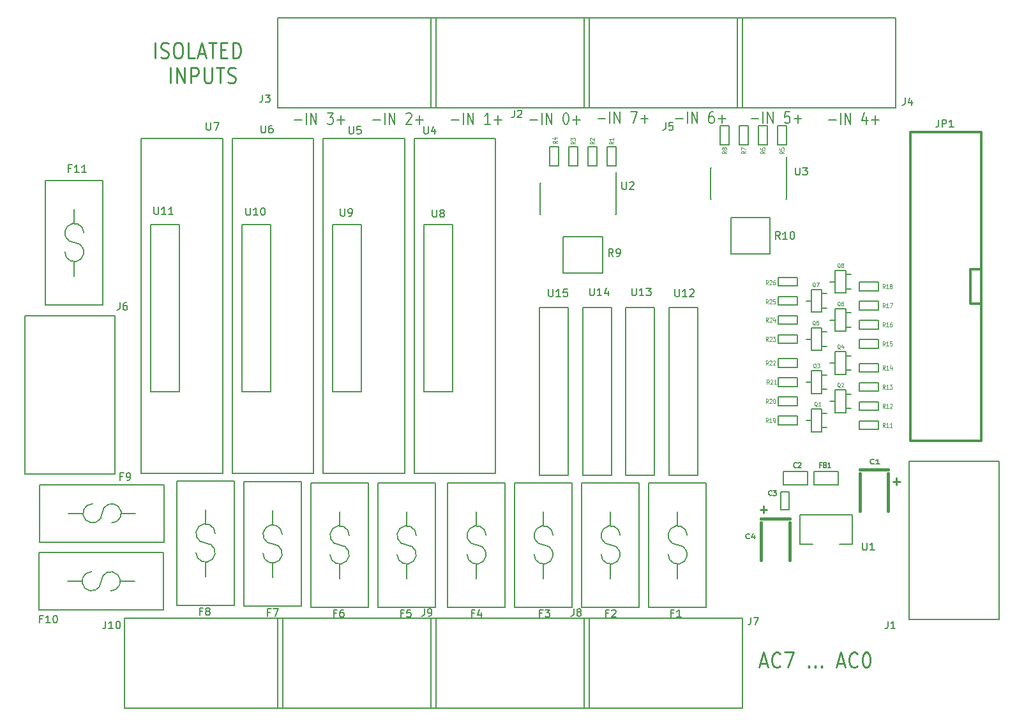
<source format=gto>
G04 #@! TF.GenerationSoftware,KiCad,Pcbnew,(6.0.0-rc1-dev-1670-gc0cd4c03f)*
G04 #@! TF.CreationDate,2019-02-03T16:26:57-05:00
G04 #@! TF.ProjectId,AC_ISO_Board,41435f49-534f-45f4-926f-6172642e6b69,rev?*
G04 #@! TF.SameCoordinates,Original*
G04 #@! TF.FileFunction,Legend,Top*
G04 #@! TF.FilePolarity,Positive*
%FSLAX46Y46*%
G04 Gerber Fmt 4.6, Leading zero omitted, Abs format (unit mm)*
G04 Created by KiCad (PCBNEW (6.0.0-rc1-dev-1670-gc0cd4c03f)) date 2019-02-03 16:26:57*
%MOMM*%
%LPD*%
G04 APERTURE LIST*
%ADD10C,0.254000*%
%ADD11C,0.150000*%
%ADD12C,0.381000*%
%ADD13C,0.127000*%
%ADD14C,0.203200*%
%ADD15C,0.304800*%
%ADD16C,0.299720*%
%ADD17C,0.250000*%
%ADD18C,0.130048*%
%ADD19C,0.099060*%
%ADD20C,0.100000*%
G04 APERTURE END LIST*
D10*
X170391666Y-136355666D02*
X171238333Y-136355666D01*
X170222333Y-136936238D02*
X170815000Y-134904238D01*
X171407666Y-136936238D01*
X173016333Y-136742714D02*
X172931666Y-136839476D01*
X172677666Y-136936238D01*
X172508333Y-136936238D01*
X172254333Y-136839476D01*
X172085000Y-136645952D01*
X172000333Y-136452428D01*
X171915666Y-136065380D01*
X171915666Y-135775095D01*
X172000333Y-135388047D01*
X172085000Y-135194523D01*
X172254333Y-135001000D01*
X172508333Y-134904238D01*
X172677666Y-134904238D01*
X172931666Y-135001000D01*
X173016333Y-135097761D01*
X173609000Y-134904238D02*
X174794333Y-134904238D01*
X174032333Y-136936238D01*
X176826333Y-136742714D02*
X176911000Y-136839476D01*
X176826333Y-136936238D01*
X176741666Y-136839476D01*
X176826333Y-136742714D01*
X176826333Y-136936238D01*
X177673000Y-136742714D02*
X177757666Y-136839476D01*
X177673000Y-136936238D01*
X177588333Y-136839476D01*
X177673000Y-136742714D01*
X177673000Y-136936238D01*
X178519666Y-136742714D02*
X178604333Y-136839476D01*
X178519666Y-136936238D01*
X178435000Y-136839476D01*
X178519666Y-136742714D01*
X178519666Y-136936238D01*
X180636333Y-136355666D02*
X181483000Y-136355666D01*
X180467000Y-136936238D02*
X181059666Y-134904238D01*
X181652333Y-136936238D01*
X183261000Y-136742714D02*
X183176333Y-136839476D01*
X182922333Y-136936238D01*
X182753000Y-136936238D01*
X182499000Y-136839476D01*
X182329666Y-136645952D01*
X182245000Y-136452428D01*
X182160333Y-136065380D01*
X182160333Y-135775095D01*
X182245000Y-135388047D01*
X182329666Y-135194523D01*
X182499000Y-135001000D01*
X182753000Y-134904238D01*
X182922333Y-134904238D01*
X183176333Y-135001000D01*
X183261000Y-135097761D01*
X184361666Y-134904238D02*
X184531000Y-134904238D01*
X184700333Y-135001000D01*
X184785000Y-135097761D01*
X184869666Y-135291285D01*
X184954333Y-135678333D01*
X184954333Y-136162142D01*
X184869666Y-136549190D01*
X184785000Y-136742714D01*
X184700333Y-136839476D01*
X184531000Y-136936238D01*
X184361666Y-136936238D01*
X184192333Y-136839476D01*
X184107666Y-136742714D01*
X184023000Y-136549190D01*
X183938333Y-136162142D01*
X183938333Y-135678333D01*
X184023000Y-135291285D01*
X184107666Y-135097761D01*
X184192333Y-135001000D01*
X184361666Y-134904238D01*
D11*
X148819809Y-64116857D02*
X149787428Y-64116857D01*
X150392190Y-64697428D02*
X150392190Y-63173428D01*
X150996952Y-64697428D02*
X150996952Y-63173428D01*
X151722666Y-64697428D01*
X151722666Y-63173428D01*
X153174095Y-63173428D02*
X154020761Y-63173428D01*
X153476476Y-64697428D01*
X154504571Y-64116857D02*
X155472190Y-64116857D01*
X154988380Y-64697428D02*
X154988380Y-63536285D01*
X159106809Y-64116857D02*
X160074428Y-64116857D01*
X160679190Y-64697428D02*
X160679190Y-63173428D01*
X161283952Y-64697428D02*
X161283952Y-63173428D01*
X162009666Y-64697428D01*
X162009666Y-63173428D01*
X164126333Y-63173428D02*
X163884428Y-63173428D01*
X163763476Y-63246000D01*
X163703000Y-63318571D01*
X163582047Y-63536285D01*
X163521571Y-63826571D01*
X163521571Y-64407142D01*
X163582047Y-64552285D01*
X163642523Y-64624857D01*
X163763476Y-64697428D01*
X164005380Y-64697428D01*
X164126333Y-64624857D01*
X164186809Y-64552285D01*
X164247285Y-64407142D01*
X164247285Y-64044285D01*
X164186809Y-63899142D01*
X164126333Y-63826571D01*
X164005380Y-63754000D01*
X163763476Y-63754000D01*
X163642523Y-63826571D01*
X163582047Y-63899142D01*
X163521571Y-64044285D01*
X164791571Y-64116857D02*
X165759190Y-64116857D01*
X165275380Y-64697428D02*
X165275380Y-63536285D01*
X169139809Y-64116857D02*
X170107428Y-64116857D01*
X170712190Y-64697428D02*
X170712190Y-63173428D01*
X171316952Y-64697428D02*
X171316952Y-63173428D01*
X172042666Y-64697428D01*
X172042666Y-63173428D01*
X174219809Y-63173428D02*
X173615047Y-63173428D01*
X173554571Y-63899142D01*
X173615047Y-63826571D01*
X173736000Y-63754000D01*
X174038380Y-63754000D01*
X174159333Y-63826571D01*
X174219809Y-63899142D01*
X174280285Y-64044285D01*
X174280285Y-64407142D01*
X174219809Y-64552285D01*
X174159333Y-64624857D01*
X174038380Y-64697428D01*
X173736000Y-64697428D01*
X173615047Y-64624857D01*
X173554571Y-64552285D01*
X174824571Y-64116857D02*
X175792190Y-64116857D01*
X175308380Y-64697428D02*
X175308380Y-63536285D01*
X179426809Y-64243857D02*
X180394428Y-64243857D01*
X180999190Y-64824428D02*
X180999190Y-63300428D01*
X181603952Y-64824428D02*
X181603952Y-63300428D01*
X182329666Y-64824428D01*
X182329666Y-63300428D01*
X184446333Y-63808428D02*
X184446333Y-64824428D01*
X184143952Y-63227857D02*
X183841571Y-64316428D01*
X184627761Y-64316428D01*
X185111571Y-64243857D02*
X186079190Y-64243857D01*
X185595380Y-64824428D02*
X185595380Y-63663285D01*
X108560809Y-64243857D02*
X109528428Y-64243857D01*
X110133190Y-64824428D02*
X110133190Y-63300428D01*
X110737952Y-64824428D02*
X110737952Y-63300428D01*
X111463666Y-64824428D01*
X111463666Y-63300428D01*
X112915095Y-63300428D02*
X113701285Y-63300428D01*
X113277952Y-63881000D01*
X113459380Y-63881000D01*
X113580333Y-63953571D01*
X113640809Y-64026142D01*
X113701285Y-64171285D01*
X113701285Y-64534142D01*
X113640809Y-64679285D01*
X113580333Y-64751857D01*
X113459380Y-64824428D01*
X113096523Y-64824428D01*
X112975571Y-64751857D01*
X112915095Y-64679285D01*
X114245571Y-64243857D02*
X115213190Y-64243857D01*
X114729380Y-64824428D02*
X114729380Y-63663285D01*
X129388809Y-64243857D02*
X130356428Y-64243857D01*
X130961190Y-64824428D02*
X130961190Y-63300428D01*
X131565952Y-64824428D02*
X131565952Y-63300428D01*
X132291666Y-64824428D01*
X132291666Y-63300428D01*
X134529285Y-64824428D02*
X133803571Y-64824428D01*
X134166428Y-64824428D02*
X134166428Y-63300428D01*
X134045476Y-63518142D01*
X133924523Y-63663285D01*
X133803571Y-63735857D01*
X135073571Y-64243857D02*
X136041190Y-64243857D01*
X135557380Y-64824428D02*
X135557380Y-63663285D01*
X118974809Y-64243857D02*
X119942428Y-64243857D01*
X120547190Y-64824428D02*
X120547190Y-63300428D01*
X121151952Y-64824428D02*
X121151952Y-63300428D01*
X121877666Y-64824428D01*
X121877666Y-63300428D01*
X123389571Y-63445571D02*
X123450047Y-63373000D01*
X123571000Y-63300428D01*
X123873380Y-63300428D01*
X123994333Y-63373000D01*
X124054809Y-63445571D01*
X124115285Y-63590714D01*
X124115285Y-63735857D01*
X124054809Y-63953571D01*
X123329095Y-64824428D01*
X124115285Y-64824428D01*
X124659571Y-64243857D02*
X125627190Y-64243857D01*
X125143380Y-64824428D02*
X125143380Y-63663285D01*
X139802809Y-64243857D02*
X140770428Y-64243857D01*
X141375190Y-64824428D02*
X141375190Y-63300428D01*
X141979952Y-64824428D02*
X141979952Y-63300428D01*
X142705666Y-64824428D01*
X142705666Y-63300428D01*
X144519952Y-63300428D02*
X144640904Y-63300428D01*
X144761857Y-63373000D01*
X144822333Y-63445571D01*
X144882809Y-63590714D01*
X144943285Y-63881000D01*
X144943285Y-64243857D01*
X144882809Y-64534142D01*
X144822333Y-64679285D01*
X144761857Y-64751857D01*
X144640904Y-64824428D01*
X144519952Y-64824428D01*
X144399000Y-64751857D01*
X144338523Y-64679285D01*
X144278047Y-64534142D01*
X144217571Y-64243857D01*
X144217571Y-63881000D01*
X144278047Y-63590714D01*
X144338523Y-63445571D01*
X144399000Y-63373000D01*
X144519952Y-63300428D01*
X145487571Y-64243857D02*
X146455190Y-64243857D01*
X145971380Y-64824428D02*
X145971380Y-63663285D01*
D10*
X90085333Y-56037238D02*
X90085333Y-54005238D01*
X90847333Y-55940476D02*
X91101333Y-56037238D01*
X91524666Y-56037238D01*
X91694000Y-55940476D01*
X91778666Y-55843714D01*
X91863333Y-55650190D01*
X91863333Y-55456666D01*
X91778666Y-55263142D01*
X91694000Y-55166380D01*
X91524666Y-55069619D01*
X91186000Y-54972857D01*
X91016666Y-54876095D01*
X90932000Y-54779333D01*
X90847333Y-54585809D01*
X90847333Y-54392285D01*
X90932000Y-54198761D01*
X91016666Y-54102000D01*
X91186000Y-54005238D01*
X91609333Y-54005238D01*
X91863333Y-54102000D01*
X92964000Y-54005238D02*
X93302666Y-54005238D01*
X93472000Y-54102000D01*
X93641333Y-54295523D01*
X93726000Y-54682571D01*
X93726000Y-55359904D01*
X93641333Y-55746952D01*
X93472000Y-55940476D01*
X93302666Y-56037238D01*
X92964000Y-56037238D01*
X92794666Y-55940476D01*
X92625333Y-55746952D01*
X92540666Y-55359904D01*
X92540666Y-54682571D01*
X92625333Y-54295523D01*
X92794666Y-54102000D01*
X92964000Y-54005238D01*
X95334666Y-56037238D02*
X94488000Y-56037238D01*
X94488000Y-54005238D01*
X95842666Y-55456666D02*
X96689333Y-55456666D01*
X95673333Y-56037238D02*
X96266000Y-54005238D01*
X96858666Y-56037238D01*
X97197333Y-54005238D02*
X98213333Y-54005238D01*
X97705333Y-56037238D02*
X97705333Y-54005238D01*
X98806000Y-54972857D02*
X99398666Y-54972857D01*
X99652666Y-56037238D02*
X98806000Y-56037238D01*
X98806000Y-54005238D01*
X99652666Y-54005238D01*
X100414666Y-56037238D02*
X100414666Y-54005238D01*
X100838000Y-54005238D01*
X101092000Y-54102000D01*
X101261333Y-54295523D01*
X101346000Y-54489047D01*
X101430666Y-54876095D01*
X101430666Y-55166380D01*
X101346000Y-55553428D01*
X101261333Y-55746952D01*
X101092000Y-55940476D01*
X100838000Y-56037238D01*
X100414666Y-56037238D01*
X92117333Y-59339238D02*
X92117333Y-57307238D01*
X92964000Y-59339238D02*
X92964000Y-57307238D01*
X93980000Y-59339238D01*
X93980000Y-57307238D01*
X94826666Y-59339238D02*
X94826666Y-57307238D01*
X95504000Y-57307238D01*
X95673333Y-57404000D01*
X95758000Y-57500761D01*
X95842666Y-57694285D01*
X95842666Y-57984571D01*
X95758000Y-58178095D01*
X95673333Y-58274857D01*
X95504000Y-58371619D01*
X94826666Y-58371619D01*
X96604666Y-57307238D02*
X96604666Y-58952190D01*
X96689333Y-59145714D01*
X96774000Y-59242476D01*
X96943333Y-59339238D01*
X97282000Y-59339238D01*
X97451333Y-59242476D01*
X97536000Y-59145714D01*
X97620666Y-58952190D01*
X97620666Y-57307238D01*
X98213333Y-57307238D02*
X99229333Y-57307238D01*
X98721333Y-59339238D02*
X98721333Y-57307238D01*
X99737333Y-59242476D02*
X99991333Y-59339238D01*
X100414666Y-59339238D01*
X100584000Y-59242476D01*
X100668666Y-59145714D01*
X100753333Y-58952190D01*
X100753333Y-58758666D01*
X100668666Y-58565142D01*
X100584000Y-58468380D01*
X100414666Y-58371619D01*
X100076000Y-58274857D01*
X99906666Y-58178095D01*
X99822000Y-58081333D01*
X99737333Y-57887809D01*
X99737333Y-57694285D01*
X99822000Y-57500761D01*
X99906666Y-57404000D01*
X100076000Y-57307238D01*
X100499333Y-57307238D01*
X100753333Y-57404000D01*
D11*
X158242000Y-89154000D02*
X158242000Y-111379000D01*
X158242000Y-111379000D02*
X162052000Y-111379000D01*
X162052000Y-111379000D02*
X162052000Y-89154000D01*
X162052000Y-89154000D02*
X158242000Y-89154000D01*
D12*
X183520080Y-116161820D02*
X183520080Y-111163100D01*
X187319920Y-116164360D02*
X187319920Y-111165640D01*
X187319920Y-110665260D02*
X183520080Y-110665260D01*
D13*
X176606000Y-112660000D02*
X173406000Y-112660000D01*
X173406000Y-112660000D02*
X173406000Y-110860000D01*
X173406000Y-110860000D02*
X176606000Y-110860000D01*
X176606000Y-110860000D02*
X176606000Y-112660000D01*
X173037500Y-116014500D02*
X173037500Y-113601500D01*
X173037500Y-113601500D02*
X174180500Y-113601500D01*
X174180500Y-113601500D02*
X174180500Y-116014500D01*
X174180500Y-116014500D02*
X173037500Y-116014500D01*
D12*
X174238920Y-117142260D02*
X170439080Y-117142260D01*
X174238920Y-122641360D02*
X174238920Y-117642640D01*
X170439080Y-122638820D02*
X170439080Y-117640100D01*
D11*
X159385000Y-123190000D02*
X159385000Y-125095000D01*
X159385000Y-118110000D02*
X159385000Y-116205000D01*
D14*
X159385000Y-120650000D02*
G75*
G02X158115000Y-121920000I0J-1270000D01*
G01*
X159385000Y-120650000D02*
G75*
G02X160655000Y-119380000I0J1270000D01*
G01*
D11*
X155575000Y-128905000D02*
X163195000Y-128905000D01*
X155575000Y-112395000D02*
X155575000Y-128905000D01*
X163195000Y-112395000D02*
X155575000Y-112395000D01*
X163195000Y-128905000D02*
X163195000Y-112395000D01*
X154305000Y-128905000D02*
X154305000Y-112395000D01*
X154305000Y-112395000D02*
X146685000Y-112395000D01*
X146685000Y-112395000D02*
X146685000Y-128905000D01*
X146685000Y-128905000D02*
X154305000Y-128905000D01*
D14*
X150495000Y-120650000D02*
G75*
G02X151765000Y-119380000I0J1270000D01*
G01*
X150495000Y-120650000D02*
G75*
G02X149225000Y-121920000I0J-1270000D01*
G01*
D11*
X150495000Y-118110000D02*
X150495000Y-116205000D01*
X150495000Y-123190000D02*
X150495000Y-125095000D01*
X141605000Y-123190000D02*
X141605000Y-125095000D01*
X141605000Y-118110000D02*
X141605000Y-116205000D01*
D14*
X141605000Y-120650000D02*
G75*
G02X140335000Y-121920000I0J-1270000D01*
G01*
X141605000Y-120650000D02*
G75*
G02X142875000Y-119380000I0J1270000D01*
G01*
D11*
X137795000Y-128905000D02*
X145415000Y-128905000D01*
X137795000Y-112395000D02*
X137795000Y-128905000D01*
X145415000Y-112395000D02*
X137795000Y-112395000D01*
X145415000Y-128905000D02*
X145415000Y-112395000D01*
X136525000Y-128905000D02*
X136525000Y-112395000D01*
X136525000Y-112395000D02*
X128905000Y-112395000D01*
X128905000Y-112395000D02*
X128905000Y-128905000D01*
X128905000Y-128905000D02*
X136525000Y-128905000D01*
D14*
X132715000Y-120650000D02*
G75*
G02X133985000Y-119380000I0J1270000D01*
G01*
X132715000Y-120650000D02*
G75*
G02X131445000Y-121920000I0J-1270000D01*
G01*
D11*
X132715000Y-118110000D02*
X132715000Y-116205000D01*
X132715000Y-123190000D02*
X132715000Y-125095000D01*
X123444000Y-123190000D02*
X123444000Y-125095000D01*
X123444000Y-118110000D02*
X123444000Y-116205000D01*
D14*
X123444000Y-120650000D02*
G75*
G02X122174000Y-121920000I0J-1270000D01*
G01*
X123444000Y-120650000D02*
G75*
G02X124714000Y-119380000I0J1270000D01*
G01*
D11*
X119634000Y-128905000D02*
X127254000Y-128905000D01*
X119634000Y-112395000D02*
X119634000Y-128905000D01*
X127254000Y-112395000D02*
X119634000Y-112395000D01*
X127254000Y-128905000D02*
X127254000Y-112395000D01*
X114554000Y-123190000D02*
X114554000Y-125095000D01*
X114554000Y-118110000D02*
X114554000Y-116205000D01*
D14*
X114554000Y-120650000D02*
G75*
G02X113284000Y-121920000I0J-1270000D01*
G01*
X114554000Y-120650000D02*
G75*
G02X115824000Y-119380000I0J1270000D01*
G01*
D11*
X110744000Y-128905000D02*
X118364000Y-128905000D01*
X110744000Y-112395000D02*
X110744000Y-128905000D01*
X118364000Y-112395000D02*
X110744000Y-112395000D01*
X118364000Y-128905000D02*
X118364000Y-112395000D01*
X109474000Y-128778000D02*
X109474000Y-112268000D01*
X109474000Y-112268000D02*
X101854000Y-112268000D01*
X101854000Y-112268000D02*
X101854000Y-128778000D01*
X101854000Y-128778000D02*
X109474000Y-128778000D01*
D14*
X105664000Y-120523000D02*
G75*
G02X106934000Y-119253000I0J1270000D01*
G01*
X105664000Y-120523000D02*
G75*
G02X104394000Y-121793000I0J-1270000D01*
G01*
D11*
X105664000Y-117983000D02*
X105664000Y-116078000D01*
X105664000Y-123063000D02*
X105664000Y-124968000D01*
X100584000Y-128651000D02*
X100584000Y-112141000D01*
X100584000Y-112141000D02*
X92964000Y-112141000D01*
X92964000Y-112141000D02*
X92964000Y-128651000D01*
X92964000Y-128651000D02*
X100584000Y-128651000D01*
D14*
X96774000Y-120396000D02*
G75*
G02X98044000Y-119126000I0J1270000D01*
G01*
X96774000Y-120396000D02*
G75*
G02X95504000Y-121666000I0J-1270000D01*
G01*
D11*
X96774000Y-117856000D02*
X96774000Y-115951000D01*
X96774000Y-122936000D02*
X96774000Y-124841000D01*
X74803000Y-120269000D02*
X91313000Y-120269000D01*
X91313000Y-120269000D02*
X91313000Y-112649000D01*
X91313000Y-112649000D02*
X74803000Y-112649000D01*
X74803000Y-112649000D02*
X74803000Y-120269000D01*
D14*
X83058000Y-116459000D02*
G75*
G02X84328000Y-117729000I1270000J0D01*
G01*
X83058000Y-116459000D02*
G75*
G02X81788000Y-115189000I-1270000J0D01*
G01*
D11*
X85598000Y-116459000D02*
X87503000Y-116459000D01*
X80518000Y-116459000D02*
X78613000Y-116459000D01*
X80391000Y-125476000D02*
X78486000Y-125476000D01*
X85471000Y-125476000D02*
X87376000Y-125476000D01*
D14*
X82931000Y-125476000D02*
G75*
G02X81661000Y-124206000I-1270000J0D01*
G01*
X82931000Y-125476000D02*
G75*
G02X84201000Y-126746000I1270000J0D01*
G01*
D11*
X74676000Y-121666000D02*
X74676000Y-129286000D01*
X91186000Y-121666000D02*
X74676000Y-121666000D01*
X91186000Y-129286000D02*
X91186000Y-121666000D01*
X74676000Y-129286000D02*
X91186000Y-129286000D01*
D13*
X180670000Y-112660000D02*
X177470000Y-112660000D01*
X177470000Y-112660000D02*
X177470000Y-110860000D01*
X177470000Y-110860000D02*
X180670000Y-110860000D01*
X180670000Y-110860000D02*
X180670000Y-112660000D01*
D11*
X167980000Y-50725000D02*
X167980000Y-62625000D01*
X146980000Y-50725000D02*
X167980000Y-50725000D01*
X146980000Y-62625000D02*
X146980000Y-50725000D01*
X167980000Y-62625000D02*
X146980000Y-62625000D01*
X72823000Y-90211000D02*
X84723000Y-90211000D01*
X72823000Y-111211000D02*
X72823000Y-90211000D01*
X84723000Y-111211000D02*
X72823000Y-111211000D01*
X84723000Y-90211000D02*
X84723000Y-111211000D01*
X146980000Y-130415000D02*
X167980000Y-130415000D01*
X167980000Y-130415000D02*
X167980000Y-142315000D01*
X167980000Y-142315000D02*
X146980000Y-142315000D01*
X146980000Y-142315000D02*
X146980000Y-130415000D01*
X126660000Y-130415000D02*
X147660000Y-130415000D01*
X147660000Y-130415000D02*
X147660000Y-142315000D01*
X147660000Y-142315000D02*
X126660000Y-142315000D01*
X126660000Y-142315000D02*
X126660000Y-130415000D01*
X106340000Y-142315000D02*
X106340000Y-130415000D01*
X127340000Y-142315000D02*
X106340000Y-142315000D01*
X127340000Y-130415000D02*
X127340000Y-142315000D01*
X106340000Y-130415000D02*
X127340000Y-130415000D01*
X86020000Y-130415000D02*
X107020000Y-130415000D01*
X107020000Y-130415000D02*
X107020000Y-142315000D01*
X107020000Y-142315000D02*
X86020000Y-142315000D01*
X86020000Y-142315000D02*
X86020000Y-130415000D01*
D15*
X199645000Y-106860000D02*
X199645000Y-65860000D01*
X190245000Y-65860000D02*
X190245000Y-106860000D01*
X190245000Y-106860000D02*
X199645000Y-106860000D01*
X190245000Y-65860000D02*
X199645000Y-65860000D01*
D16*
X199645000Y-84060000D02*
X198245000Y-84060000D01*
X198245000Y-84060000D02*
X198245000Y-88660000D01*
X198245000Y-88660000D02*
X199645000Y-88660000D01*
D13*
X178498500Y-105638600D02*
X177101500Y-105638600D01*
X178498500Y-102641400D02*
X178498500Y-105638600D01*
X177101500Y-102641400D02*
X178498500Y-102641400D01*
X177101500Y-105638600D02*
X177101500Y-102641400D01*
X177101500Y-104140000D02*
X176441100Y-104140000D01*
X178498500Y-105092500D02*
X179158900Y-105092500D01*
X178498500Y-103187500D02*
X179158900Y-103187500D01*
X181673500Y-103098600D02*
X180276500Y-103098600D01*
X181673500Y-100101400D02*
X181673500Y-103098600D01*
X180276500Y-100101400D02*
X181673500Y-100101400D01*
X180276500Y-103098600D02*
X180276500Y-100101400D01*
X180276500Y-101600000D02*
X179616100Y-101600000D01*
X181673500Y-102552500D02*
X182333900Y-102552500D01*
X181673500Y-100647500D02*
X182333900Y-100647500D01*
X178498500Y-100558600D02*
X177101500Y-100558600D01*
X178498500Y-97561400D02*
X178498500Y-100558600D01*
X177101500Y-97561400D02*
X178498500Y-97561400D01*
X177101500Y-100558600D02*
X177101500Y-97561400D01*
X177101500Y-99060000D02*
X176441100Y-99060000D01*
X178498500Y-100012500D02*
X179158900Y-100012500D01*
X178498500Y-98107500D02*
X179158900Y-98107500D01*
X181673500Y-95567500D02*
X182333900Y-95567500D01*
X181673500Y-97472500D02*
X182333900Y-97472500D01*
X180276500Y-96520000D02*
X179616100Y-96520000D01*
X180276500Y-98018600D02*
X180276500Y-95021400D01*
X180276500Y-95021400D02*
X181673500Y-95021400D01*
X181673500Y-95021400D02*
X181673500Y-98018600D01*
X181673500Y-98018600D02*
X180276500Y-98018600D01*
X178498500Y-92392500D02*
X179158900Y-92392500D01*
X178498500Y-94297500D02*
X179158900Y-94297500D01*
X177101500Y-93345000D02*
X176441100Y-93345000D01*
X177101500Y-94843600D02*
X177101500Y-91846400D01*
X177101500Y-91846400D02*
X178498500Y-91846400D01*
X178498500Y-91846400D02*
X178498500Y-94843600D01*
X178498500Y-94843600D02*
X177101500Y-94843600D01*
X181673500Y-92303600D02*
X180276500Y-92303600D01*
X181673500Y-89306400D02*
X181673500Y-92303600D01*
X180276500Y-89306400D02*
X181673500Y-89306400D01*
X180276500Y-92303600D02*
X180276500Y-89306400D01*
X180276500Y-90805000D02*
X179616100Y-90805000D01*
X181673500Y-91757500D02*
X182333900Y-91757500D01*
X181673500Y-89852500D02*
X182333900Y-89852500D01*
X178498500Y-87312500D02*
X179158900Y-87312500D01*
X178498500Y-89217500D02*
X179158900Y-89217500D01*
X177101500Y-88265000D02*
X176441100Y-88265000D01*
X177101500Y-89763600D02*
X177101500Y-86766400D01*
X177101500Y-86766400D02*
X178498500Y-86766400D01*
X178498500Y-86766400D02*
X178498500Y-89763600D01*
X178498500Y-89763600D02*
X177101500Y-89763600D01*
X181673500Y-84772500D02*
X182333900Y-84772500D01*
X181673500Y-86677500D02*
X182333900Y-86677500D01*
X180276500Y-85725000D02*
X179616100Y-85725000D01*
X180276500Y-87223600D02*
X180276500Y-84226400D01*
X180276500Y-84226400D02*
X181673500Y-84226400D01*
X181673500Y-84226400D02*
X181673500Y-87223600D01*
X181673500Y-87223600D02*
X180276500Y-87223600D01*
X150050500Y-67818000D02*
X151193500Y-67818000D01*
X150050500Y-70358000D02*
X150050500Y-67818000D01*
X151193500Y-70358000D02*
X150050500Y-70358000D01*
X151193500Y-67818000D02*
X151193500Y-70358000D01*
X148653500Y-67818000D02*
X148653500Y-70358000D01*
X148653500Y-70358000D02*
X147510500Y-70358000D01*
X147510500Y-70358000D02*
X147510500Y-67818000D01*
X147510500Y-67818000D02*
X148653500Y-67818000D01*
X144970500Y-67818000D02*
X146113500Y-67818000D01*
X144970500Y-70358000D02*
X144970500Y-67818000D01*
X146113500Y-70358000D02*
X144970500Y-70358000D01*
X146113500Y-67818000D02*
X146113500Y-70358000D01*
X143573500Y-67818000D02*
X143573500Y-70358000D01*
X143573500Y-70358000D02*
X142430500Y-70358000D01*
X142430500Y-70358000D02*
X142430500Y-67818000D01*
X142430500Y-67818000D02*
X143573500Y-67818000D01*
X172656500Y-65024000D02*
X173799500Y-65024000D01*
X172656500Y-67564000D02*
X172656500Y-65024000D01*
X173799500Y-67564000D02*
X172656500Y-67564000D01*
X173799500Y-65024000D02*
X173799500Y-67564000D01*
X171259500Y-65024000D02*
X171259500Y-67564000D01*
X171259500Y-67564000D02*
X170116500Y-67564000D01*
X170116500Y-67564000D02*
X170116500Y-65024000D01*
X170116500Y-65024000D02*
X171259500Y-65024000D01*
X167576500Y-65024000D02*
X168719500Y-65024000D01*
X167576500Y-67564000D02*
X167576500Y-65024000D01*
X168719500Y-67564000D02*
X167576500Y-67564000D01*
X168719500Y-65024000D02*
X168719500Y-67564000D01*
X165036500Y-65024000D02*
X166179500Y-65024000D01*
X165036500Y-67564000D02*
X165036500Y-65024000D01*
X166179500Y-67564000D02*
X165036500Y-67564000D01*
X166179500Y-65024000D02*
X166179500Y-67564000D01*
D11*
X144212000Y-79769000D02*
X149412000Y-79769000D01*
X149412000Y-79769000D02*
X149412000Y-84569000D01*
X149412000Y-84569000D02*
X144212000Y-84569000D01*
X144212000Y-84569000D02*
X144212000Y-79769000D01*
X166437000Y-82029000D02*
X166437000Y-77229000D01*
X171637000Y-82029000D02*
X166437000Y-82029000D01*
X171637000Y-77229000D02*
X171637000Y-82029000D01*
X166437000Y-77229000D02*
X171637000Y-77229000D01*
D13*
X183515000Y-105346500D02*
X183515000Y-104203500D01*
X186055000Y-105346500D02*
X183515000Y-105346500D01*
X186055000Y-104203500D02*
X186055000Y-105346500D01*
X183515000Y-104203500D02*
X186055000Y-104203500D01*
X183515000Y-102806500D02*
X183515000Y-101663500D01*
X186055000Y-102806500D02*
X183515000Y-102806500D01*
X186055000Y-101663500D02*
X186055000Y-102806500D01*
X183515000Y-101663500D02*
X186055000Y-101663500D01*
X183515000Y-100266500D02*
X183515000Y-99123500D01*
X186055000Y-100266500D02*
X183515000Y-100266500D01*
X186055000Y-99123500D02*
X186055000Y-100266500D01*
X183515000Y-99123500D02*
X186055000Y-99123500D01*
X183515000Y-96583500D02*
X186055000Y-96583500D01*
X186055000Y-96583500D02*
X186055000Y-97726500D01*
X186055000Y-97726500D02*
X183515000Y-97726500D01*
X183515000Y-97726500D02*
X183515000Y-96583500D01*
X183515000Y-94551500D02*
X183515000Y-93408500D01*
X186055000Y-94551500D02*
X183515000Y-94551500D01*
X186055000Y-93408500D02*
X186055000Y-94551500D01*
X183515000Y-93408500D02*
X186055000Y-93408500D01*
X183515000Y-92011500D02*
X183515000Y-90868500D01*
X186055000Y-92011500D02*
X183515000Y-92011500D01*
X186055000Y-90868500D02*
X186055000Y-92011500D01*
X183515000Y-90868500D02*
X186055000Y-90868500D01*
X183515000Y-88328500D02*
X186055000Y-88328500D01*
X186055000Y-88328500D02*
X186055000Y-89471500D01*
X186055000Y-89471500D02*
X183515000Y-89471500D01*
X183515000Y-89471500D02*
X183515000Y-88328500D01*
X183515000Y-85788500D02*
X186055000Y-85788500D01*
X186055000Y-85788500D02*
X186055000Y-86931500D01*
X186055000Y-86931500D02*
X183515000Y-86931500D01*
X183515000Y-86931500D02*
X183515000Y-85788500D01*
X175260000Y-104711500D02*
X172720000Y-104711500D01*
X172720000Y-104711500D02*
X172720000Y-103568500D01*
X172720000Y-103568500D02*
X175260000Y-103568500D01*
X175260000Y-103568500D02*
X175260000Y-104711500D01*
X175260000Y-102171500D02*
X172720000Y-102171500D01*
X172720000Y-102171500D02*
X172720000Y-101028500D01*
X172720000Y-101028500D02*
X175260000Y-101028500D01*
X175260000Y-101028500D02*
X175260000Y-102171500D01*
X175260000Y-99631500D02*
X172720000Y-99631500D01*
X172720000Y-99631500D02*
X172720000Y-98488500D01*
X172720000Y-98488500D02*
X175260000Y-98488500D01*
X175260000Y-98488500D02*
X175260000Y-99631500D01*
X175260000Y-95948500D02*
X175260000Y-97091500D01*
X172720000Y-95948500D02*
X175260000Y-95948500D01*
X172720000Y-97091500D02*
X172720000Y-95948500D01*
X175260000Y-97091500D02*
X172720000Y-97091500D01*
X175260000Y-93916500D02*
X172720000Y-93916500D01*
X172720000Y-93916500D02*
X172720000Y-92773500D01*
X172720000Y-92773500D02*
X175260000Y-92773500D01*
X175260000Y-92773500D02*
X175260000Y-93916500D01*
X175260000Y-90233500D02*
X175260000Y-91376500D01*
X172720000Y-90233500D02*
X175260000Y-90233500D01*
X172720000Y-91376500D02*
X172720000Y-90233500D01*
X175260000Y-91376500D02*
X172720000Y-91376500D01*
X175260000Y-88836500D02*
X172720000Y-88836500D01*
X172720000Y-88836500D02*
X172720000Y-87693500D01*
X172720000Y-87693500D02*
X175260000Y-87693500D01*
X175260000Y-87693500D02*
X175260000Y-88836500D01*
X175260000Y-86296500D02*
X172720000Y-86296500D01*
X172720000Y-86296500D02*
X172720000Y-85153500D01*
X172720000Y-85153500D02*
X175260000Y-85153500D01*
X175260000Y-85153500D02*
X175260000Y-86296500D01*
D11*
X180870000Y-120570000D02*
X182570000Y-120570000D01*
X182570000Y-120570000D02*
X182570000Y-116670000D01*
X182570000Y-116670000D02*
X175570000Y-116670000D01*
X175570000Y-116670000D02*
X175570000Y-120570000D01*
X175570000Y-120570000D02*
X177270000Y-120570000D01*
X151227000Y-72601000D02*
X151227000Y-71226000D01*
X141102000Y-72601000D02*
X141102000Y-76751000D01*
X151252000Y-72601000D02*
X151252000Y-76751000D01*
X141102000Y-72601000D02*
X141207000Y-72601000D01*
X141102000Y-76751000D02*
X141207000Y-76751000D01*
X151252000Y-76751000D02*
X151147000Y-76751000D01*
X151252000Y-72601000D02*
X151227000Y-72601000D01*
X173858000Y-70569000D02*
X173833000Y-70569000D01*
X173858000Y-74719000D02*
X173753000Y-74719000D01*
X163708000Y-74719000D02*
X163813000Y-74719000D01*
X163708000Y-70569000D02*
X163813000Y-70569000D01*
X173858000Y-70569000D02*
X173858000Y-74719000D01*
X163708000Y-70569000D02*
X163708000Y-74719000D01*
X173833000Y-70569000D02*
X173833000Y-69194000D01*
X124460000Y-66675000D02*
X124460000Y-111125000D01*
X124460000Y-111125000D02*
X135255000Y-111125000D01*
X135255000Y-111125000D02*
X135255000Y-66675000D01*
X135255000Y-66675000D02*
X124460000Y-66675000D01*
X123190000Y-66675000D02*
X112395000Y-66675000D01*
X123190000Y-111125000D02*
X123190000Y-66675000D01*
X112395000Y-111125000D02*
X123190000Y-111125000D01*
X112395000Y-66675000D02*
X112395000Y-111125000D01*
X100330000Y-66675000D02*
X100330000Y-111125000D01*
X100330000Y-111125000D02*
X111125000Y-111125000D01*
X111125000Y-111125000D02*
X111125000Y-66675000D01*
X111125000Y-66675000D02*
X100330000Y-66675000D01*
X99060000Y-66675000D02*
X88265000Y-66675000D01*
X99060000Y-111125000D02*
X99060000Y-66675000D01*
X88265000Y-111125000D02*
X99060000Y-111125000D01*
X88265000Y-66675000D02*
X88265000Y-111125000D01*
X129540000Y-78105000D02*
X125730000Y-78105000D01*
X129540000Y-100330000D02*
X129540000Y-78105000D01*
X125730000Y-100330000D02*
X129540000Y-100330000D01*
X125730000Y-78105000D02*
X125730000Y-100330000D01*
X113665000Y-78105000D02*
X113665000Y-100330000D01*
X113665000Y-100330000D02*
X117475000Y-100330000D01*
X117475000Y-100330000D02*
X117475000Y-78105000D01*
X117475000Y-78105000D02*
X113665000Y-78105000D01*
X105410000Y-78105000D02*
X101600000Y-78105000D01*
X105410000Y-100330000D02*
X105410000Y-78105000D01*
X101600000Y-100330000D02*
X105410000Y-100330000D01*
X101600000Y-78105000D02*
X101600000Y-100330000D01*
X89535000Y-78105000D02*
X89535000Y-100330000D01*
X89535000Y-100330000D02*
X93345000Y-100330000D01*
X93345000Y-100330000D02*
X93345000Y-78105000D01*
X93345000Y-78105000D02*
X89535000Y-78105000D01*
X156337000Y-89154000D02*
X152527000Y-89154000D01*
X156337000Y-111379000D02*
X156337000Y-89154000D01*
X152527000Y-111379000D02*
X156337000Y-111379000D01*
X152527000Y-89154000D02*
X152527000Y-111379000D01*
X146812000Y-89154000D02*
X146812000Y-111379000D01*
X146812000Y-111379000D02*
X150622000Y-111379000D01*
X150622000Y-111379000D02*
X150622000Y-89154000D01*
X150622000Y-89154000D02*
X146812000Y-89154000D01*
X144907000Y-89154000D02*
X141097000Y-89154000D01*
X144907000Y-111379000D02*
X144907000Y-89154000D01*
X141097000Y-111379000D02*
X144907000Y-111379000D01*
X141097000Y-89154000D02*
X141097000Y-111379000D01*
X202005000Y-130515000D02*
X190105000Y-130515000D01*
X202005000Y-109515000D02*
X202005000Y-130515000D01*
X190105000Y-109515000D02*
X202005000Y-109515000D01*
X190105000Y-130515000D02*
X190105000Y-109515000D01*
X147660000Y-62625000D02*
X126660000Y-62625000D01*
X126660000Y-62625000D02*
X126660000Y-50725000D01*
X126660000Y-50725000D02*
X147660000Y-50725000D01*
X147660000Y-50725000D02*
X147660000Y-62625000D01*
X127340000Y-50725000D02*
X127340000Y-62625000D01*
X106340000Y-50725000D02*
X127340000Y-50725000D01*
X106340000Y-62625000D02*
X106340000Y-50725000D01*
X127340000Y-62625000D02*
X106340000Y-62625000D01*
X188300000Y-62625000D02*
X167300000Y-62625000D01*
X167300000Y-62625000D02*
X167300000Y-50725000D01*
X167300000Y-50725000D02*
X188300000Y-50725000D01*
X188300000Y-50725000D02*
X188300000Y-62625000D01*
X83185000Y-88773000D02*
X83185000Y-72263000D01*
X83185000Y-72263000D02*
X75565000Y-72263000D01*
X75565000Y-72263000D02*
X75565000Y-88773000D01*
X75565000Y-88773000D02*
X83185000Y-88773000D01*
D14*
X79375000Y-80518000D02*
G75*
G02X80645000Y-79248000I0J1270000D01*
G01*
X79375000Y-80518000D02*
G75*
G02X78105000Y-81788000I0J-1270000D01*
G01*
D11*
X79375000Y-77978000D02*
X79375000Y-76073000D01*
X79375000Y-83058000D02*
X79375000Y-84963000D01*
X159035904Y-86701380D02*
X159035904Y-87510904D01*
X159083523Y-87606142D01*
X159131142Y-87653761D01*
X159226380Y-87701380D01*
X159416857Y-87701380D01*
X159512095Y-87653761D01*
X159559714Y-87606142D01*
X159607333Y-87510904D01*
X159607333Y-86701380D01*
X160607333Y-87701380D02*
X160035904Y-87701380D01*
X160321619Y-87701380D02*
X160321619Y-86701380D01*
X160226380Y-86844238D01*
X160131142Y-86939476D01*
X160035904Y-86987095D01*
X160988285Y-86796619D02*
X161035904Y-86749000D01*
X161131142Y-86701380D01*
X161369238Y-86701380D01*
X161464476Y-86749000D01*
X161512095Y-86796619D01*
X161559714Y-86891857D01*
X161559714Y-86987095D01*
X161512095Y-87129952D01*
X160940666Y-87701380D01*
X161559714Y-87701380D01*
D13*
X185420000Y-109827785D02*
X185383714Y-109858023D01*
X185274857Y-109888261D01*
X185202285Y-109888261D01*
X185093428Y-109858023D01*
X185020857Y-109797547D01*
X184984571Y-109737071D01*
X184948285Y-109616119D01*
X184948285Y-109525404D01*
X184984571Y-109404452D01*
X185020857Y-109343976D01*
X185093428Y-109283500D01*
X185202285Y-109253261D01*
X185274857Y-109253261D01*
X185383714Y-109283500D01*
X185420000Y-109313738D01*
X186145714Y-109888261D02*
X185710285Y-109888261D01*
X185928000Y-109888261D02*
X185928000Y-109253261D01*
X185855428Y-109343976D01*
X185782857Y-109404452D01*
X185710285Y-109434690D01*
D17*
X188426714Y-112699742D02*
X188426714Y-111785457D01*
X188883857Y-112242600D02*
X187969571Y-112242600D01*
D18*
X175160093Y-110359008D02*
X175131548Y-110392343D01*
X175045914Y-110425677D01*
X174988824Y-110425677D01*
X174903190Y-110392343D01*
X174846100Y-110325674D01*
X174817556Y-110259005D01*
X174789011Y-110125667D01*
X174789011Y-110025663D01*
X174817556Y-109892325D01*
X174846100Y-109825656D01*
X174903190Y-109758988D01*
X174988824Y-109725653D01*
X175045914Y-109725653D01*
X175131548Y-109758988D01*
X175160093Y-109792322D01*
X175388451Y-109792322D02*
X175416996Y-109758988D01*
X175474085Y-109725653D01*
X175616809Y-109725653D01*
X175673899Y-109758988D01*
X175702443Y-109792322D01*
X175730988Y-109858991D01*
X175730988Y-109925660D01*
X175702443Y-110025663D01*
X175359906Y-110425677D01*
X175730988Y-110425677D01*
D13*
X171852166Y-114018785D02*
X171821928Y-114049023D01*
X171731214Y-114079261D01*
X171670738Y-114079261D01*
X171580023Y-114049023D01*
X171519547Y-113988547D01*
X171489309Y-113928071D01*
X171459071Y-113807119D01*
X171459071Y-113716404D01*
X171489309Y-113595452D01*
X171519547Y-113534976D01*
X171580023Y-113474500D01*
X171670738Y-113444261D01*
X171731214Y-113444261D01*
X171821928Y-113474500D01*
X171852166Y-113504738D01*
X172063833Y-113444261D02*
X172456928Y-113444261D01*
X172245261Y-113686166D01*
X172335976Y-113686166D01*
X172396452Y-113716404D01*
X172426690Y-113746642D01*
X172456928Y-113807119D01*
X172456928Y-113958309D01*
X172426690Y-114018785D01*
X172396452Y-114049023D01*
X172335976Y-114079261D01*
X172154547Y-114079261D01*
X172094071Y-114049023D01*
X172063833Y-114018785D01*
X168910000Y-119733785D02*
X168873714Y-119764023D01*
X168764857Y-119794261D01*
X168692285Y-119794261D01*
X168583428Y-119764023D01*
X168510857Y-119703547D01*
X168474571Y-119643071D01*
X168438285Y-119522119D01*
X168438285Y-119431404D01*
X168474571Y-119310452D01*
X168510857Y-119249976D01*
X168583428Y-119189500D01*
X168692285Y-119159261D01*
X168764857Y-119159261D01*
X168873714Y-119189500D01*
X168910000Y-119219738D01*
X169563142Y-119370928D02*
X169563142Y-119794261D01*
X169381714Y-119129023D02*
X169200285Y-119582595D01*
X169672000Y-119582595D01*
D17*
X170773714Y-116408142D02*
X170773714Y-115493857D01*
X171230857Y-115951000D02*
X170316571Y-115951000D01*
D11*
X158797666Y-129722571D02*
X158464333Y-129722571D01*
X158464333Y-130246380D02*
X158464333Y-129246380D01*
X158940523Y-129246380D01*
X159845285Y-130246380D02*
X159273857Y-130246380D01*
X159559571Y-130246380D02*
X159559571Y-129246380D01*
X159464333Y-129389238D01*
X159369095Y-129484476D01*
X159273857Y-129532095D01*
X150161666Y-129722571D02*
X149828333Y-129722571D01*
X149828333Y-130246380D02*
X149828333Y-129246380D01*
X150304523Y-129246380D01*
X150637857Y-129341619D02*
X150685476Y-129294000D01*
X150780714Y-129246380D01*
X151018809Y-129246380D01*
X151114047Y-129294000D01*
X151161666Y-129341619D01*
X151209285Y-129436857D01*
X151209285Y-129532095D01*
X151161666Y-129674952D01*
X150590238Y-130246380D01*
X151209285Y-130246380D01*
X141398666Y-129722571D02*
X141065333Y-129722571D01*
X141065333Y-130246380D02*
X141065333Y-129246380D01*
X141541523Y-129246380D01*
X141827238Y-129246380D02*
X142446285Y-129246380D01*
X142112952Y-129627333D01*
X142255809Y-129627333D01*
X142351047Y-129674952D01*
X142398666Y-129722571D01*
X142446285Y-129817809D01*
X142446285Y-130055904D01*
X142398666Y-130151142D01*
X142351047Y-130198761D01*
X142255809Y-130246380D01*
X141970095Y-130246380D01*
X141874857Y-130198761D01*
X141827238Y-130151142D01*
X132381666Y-129722571D02*
X132048333Y-129722571D01*
X132048333Y-130246380D02*
X132048333Y-129246380D01*
X132524523Y-129246380D01*
X133334047Y-129579714D02*
X133334047Y-130246380D01*
X133095952Y-129198761D02*
X132857857Y-129913047D01*
X133476904Y-129913047D01*
X122983666Y-129722571D02*
X122650333Y-129722571D01*
X122650333Y-130246380D02*
X122650333Y-129246380D01*
X123126523Y-129246380D01*
X123983666Y-129246380D02*
X123507476Y-129246380D01*
X123459857Y-129722571D01*
X123507476Y-129674952D01*
X123602714Y-129627333D01*
X123840809Y-129627333D01*
X123936047Y-129674952D01*
X123983666Y-129722571D01*
X124031285Y-129817809D01*
X124031285Y-130055904D01*
X123983666Y-130151142D01*
X123936047Y-130198761D01*
X123840809Y-130246380D01*
X123602714Y-130246380D01*
X123507476Y-130198761D01*
X123459857Y-130151142D01*
X114093666Y-129722571D02*
X113760333Y-129722571D01*
X113760333Y-130246380D02*
X113760333Y-129246380D01*
X114236523Y-129246380D01*
X115046047Y-129246380D02*
X114855571Y-129246380D01*
X114760333Y-129294000D01*
X114712714Y-129341619D01*
X114617476Y-129484476D01*
X114569857Y-129674952D01*
X114569857Y-130055904D01*
X114617476Y-130151142D01*
X114665095Y-130198761D01*
X114760333Y-130246380D01*
X114950809Y-130246380D01*
X115046047Y-130198761D01*
X115093666Y-130151142D01*
X115141285Y-130055904D01*
X115141285Y-129817809D01*
X115093666Y-129722571D01*
X115046047Y-129674952D01*
X114950809Y-129627333D01*
X114760333Y-129627333D01*
X114665095Y-129674952D01*
X114617476Y-129722571D01*
X114569857Y-129817809D01*
X105330666Y-129595571D02*
X104997333Y-129595571D01*
X104997333Y-130119380D02*
X104997333Y-129119380D01*
X105473523Y-129119380D01*
X105759238Y-129119380D02*
X106425904Y-129119380D01*
X105997333Y-130119380D01*
X96313666Y-129468571D02*
X95980333Y-129468571D01*
X95980333Y-129992380D02*
X95980333Y-128992380D01*
X96456523Y-128992380D01*
X96980333Y-129420952D02*
X96885095Y-129373333D01*
X96837476Y-129325714D01*
X96789857Y-129230476D01*
X96789857Y-129182857D01*
X96837476Y-129087619D01*
X96885095Y-129040000D01*
X96980333Y-128992380D01*
X97170809Y-128992380D01*
X97266047Y-129040000D01*
X97313666Y-129087619D01*
X97361285Y-129182857D01*
X97361285Y-129230476D01*
X97313666Y-129325714D01*
X97266047Y-129373333D01*
X97170809Y-129420952D01*
X96980333Y-129420952D01*
X96885095Y-129468571D01*
X96837476Y-129516190D01*
X96789857Y-129611428D01*
X96789857Y-129801904D01*
X96837476Y-129897142D01*
X96885095Y-129944761D01*
X96980333Y-129992380D01*
X97170809Y-129992380D01*
X97266047Y-129944761D01*
X97313666Y-129897142D01*
X97361285Y-129801904D01*
X97361285Y-129611428D01*
X97313666Y-129516190D01*
X97266047Y-129468571D01*
X97170809Y-129420952D01*
X85772666Y-111561571D02*
X85439333Y-111561571D01*
X85439333Y-112085380D02*
X85439333Y-111085380D01*
X85915523Y-111085380D01*
X86344095Y-112085380D02*
X86534571Y-112085380D01*
X86629809Y-112037761D01*
X86677428Y-111990142D01*
X86772666Y-111847285D01*
X86820285Y-111656809D01*
X86820285Y-111275857D01*
X86772666Y-111180619D01*
X86725047Y-111133000D01*
X86629809Y-111085380D01*
X86439333Y-111085380D01*
X86344095Y-111133000D01*
X86296476Y-111180619D01*
X86248857Y-111275857D01*
X86248857Y-111513952D01*
X86296476Y-111609190D01*
X86344095Y-111656809D01*
X86439333Y-111704428D01*
X86629809Y-111704428D01*
X86725047Y-111656809D01*
X86772666Y-111609190D01*
X86820285Y-111513952D01*
X75136476Y-130484571D02*
X74803142Y-130484571D01*
X74803142Y-131008380D02*
X74803142Y-130008380D01*
X75279333Y-130008380D01*
X76184095Y-131008380D02*
X75612666Y-131008380D01*
X75898380Y-131008380D02*
X75898380Y-130008380D01*
X75803142Y-130151238D01*
X75707904Y-130246476D01*
X75612666Y-130294095D01*
X76803142Y-130008380D02*
X76898380Y-130008380D01*
X76993619Y-130056000D01*
X77041238Y-130103619D01*
X77088857Y-130198857D01*
X77136476Y-130389333D01*
X77136476Y-130627428D01*
X77088857Y-130817904D01*
X77041238Y-130913142D01*
X76993619Y-130960761D01*
X76898380Y-131008380D01*
X76803142Y-131008380D01*
X76707904Y-130960761D01*
X76660285Y-130913142D01*
X76612666Y-130817904D01*
X76565047Y-130627428D01*
X76565047Y-130389333D01*
X76612666Y-130198857D01*
X76660285Y-130103619D01*
X76707904Y-130056000D01*
X76803142Y-130008380D01*
D18*
X178443466Y-110058998D02*
X178243653Y-110058998D01*
X178243653Y-110425677D02*
X178243653Y-109725653D01*
X178529100Y-109725653D01*
X178957272Y-110058998D02*
X179042906Y-110092332D01*
X179071451Y-110125667D01*
X179099996Y-110192336D01*
X179099996Y-110292339D01*
X179071451Y-110359008D01*
X179042906Y-110392343D01*
X178985817Y-110425677D01*
X178757459Y-110425677D01*
X178757459Y-109725653D01*
X178957272Y-109725653D01*
X179014361Y-109758988D01*
X179042906Y-109792322D01*
X179071451Y-109858991D01*
X179071451Y-109925660D01*
X179042906Y-109992329D01*
X179014361Y-110025663D01*
X178957272Y-110058998D01*
X178757459Y-110058998D01*
X179670891Y-110425677D02*
X179328354Y-110425677D01*
X179499622Y-110425677D02*
X179499622Y-109725653D01*
X179442533Y-109825656D01*
X179385443Y-109892325D01*
X179328354Y-109925660D01*
D11*
X157781666Y-64603380D02*
X157781666Y-65317666D01*
X157734047Y-65460523D01*
X157638809Y-65555761D01*
X157495952Y-65603380D01*
X157400714Y-65603380D01*
X158734047Y-64603380D02*
X158257857Y-64603380D01*
X158210238Y-65079571D01*
X158257857Y-65031952D01*
X158353095Y-64984333D01*
X158591190Y-64984333D01*
X158686428Y-65031952D01*
X158734047Y-65079571D01*
X158781666Y-65174809D01*
X158781666Y-65412904D01*
X158734047Y-65508142D01*
X158686428Y-65555761D01*
X158591190Y-65603380D01*
X158353095Y-65603380D01*
X158257857Y-65555761D01*
X158210238Y-65508142D01*
X85391666Y-88479380D02*
X85391666Y-89193666D01*
X85344047Y-89336523D01*
X85248809Y-89431761D01*
X85105952Y-89479380D01*
X85010714Y-89479380D01*
X86296428Y-88479380D02*
X86105952Y-88479380D01*
X86010714Y-88527000D01*
X85963095Y-88574619D01*
X85867857Y-88717476D01*
X85820238Y-88907952D01*
X85820238Y-89288904D01*
X85867857Y-89384142D01*
X85915476Y-89431761D01*
X86010714Y-89479380D01*
X86201190Y-89479380D01*
X86296428Y-89431761D01*
X86344047Y-89384142D01*
X86391666Y-89288904D01*
X86391666Y-89050809D01*
X86344047Y-88955571D01*
X86296428Y-88907952D01*
X86201190Y-88860333D01*
X86010714Y-88860333D01*
X85915476Y-88907952D01*
X85867857Y-88955571D01*
X85820238Y-89050809D01*
X169084666Y-130262380D02*
X169084666Y-130976666D01*
X169037047Y-131119523D01*
X168941809Y-131214761D01*
X168798952Y-131262380D01*
X168703714Y-131262380D01*
X169465619Y-130262380D02*
X170132285Y-130262380D01*
X169703714Y-131262380D01*
X145589666Y-129119380D02*
X145589666Y-129833666D01*
X145542047Y-129976523D01*
X145446809Y-130071761D01*
X145303952Y-130119380D01*
X145208714Y-130119380D01*
X146208714Y-129547952D02*
X146113476Y-129500333D01*
X146065857Y-129452714D01*
X146018238Y-129357476D01*
X146018238Y-129309857D01*
X146065857Y-129214619D01*
X146113476Y-129167000D01*
X146208714Y-129119380D01*
X146399190Y-129119380D01*
X146494428Y-129167000D01*
X146542047Y-129214619D01*
X146589666Y-129309857D01*
X146589666Y-129357476D01*
X146542047Y-129452714D01*
X146494428Y-129500333D01*
X146399190Y-129547952D01*
X146208714Y-129547952D01*
X146113476Y-129595571D01*
X146065857Y-129643190D01*
X146018238Y-129738428D01*
X146018238Y-129928904D01*
X146065857Y-130024142D01*
X146113476Y-130071761D01*
X146208714Y-130119380D01*
X146399190Y-130119380D01*
X146494428Y-130071761D01*
X146542047Y-130024142D01*
X146589666Y-129928904D01*
X146589666Y-129738428D01*
X146542047Y-129643190D01*
X146494428Y-129595571D01*
X146399190Y-129547952D01*
X125777666Y-129119380D02*
X125777666Y-129833666D01*
X125730047Y-129976523D01*
X125634809Y-130071761D01*
X125491952Y-130119380D01*
X125396714Y-130119380D01*
X126301476Y-130119380D02*
X126491952Y-130119380D01*
X126587190Y-130071761D01*
X126634809Y-130024142D01*
X126730047Y-129881285D01*
X126777666Y-129690809D01*
X126777666Y-129309857D01*
X126730047Y-129214619D01*
X126682428Y-129167000D01*
X126587190Y-129119380D01*
X126396714Y-129119380D01*
X126301476Y-129167000D01*
X126253857Y-129214619D01*
X126206238Y-129309857D01*
X126206238Y-129547952D01*
X126253857Y-129643190D01*
X126301476Y-129690809D01*
X126396714Y-129738428D01*
X126587190Y-129738428D01*
X126682428Y-129690809D01*
X126730047Y-129643190D01*
X126777666Y-129547952D01*
X83518476Y-130770380D02*
X83518476Y-131484666D01*
X83470857Y-131627523D01*
X83375619Y-131722761D01*
X83232761Y-131770380D01*
X83137523Y-131770380D01*
X84518476Y-131770380D02*
X83947047Y-131770380D01*
X84232761Y-131770380D02*
X84232761Y-130770380D01*
X84137523Y-130913238D01*
X84042285Y-131008476D01*
X83947047Y-131056095D01*
X85137523Y-130770380D02*
X85232761Y-130770380D01*
X85328000Y-130818000D01*
X85375619Y-130865619D01*
X85423238Y-130960857D01*
X85470857Y-131151333D01*
X85470857Y-131389428D01*
X85423238Y-131579904D01*
X85375619Y-131675142D01*
X85328000Y-131722761D01*
X85232761Y-131770380D01*
X85137523Y-131770380D01*
X85042285Y-131722761D01*
X84994666Y-131675142D01*
X84947047Y-131579904D01*
X84899428Y-131389428D01*
X84899428Y-131151333D01*
X84947047Y-130960857D01*
X84994666Y-130865619D01*
X85042285Y-130818000D01*
X85137523Y-130770380D01*
D14*
X193984666Y-64222380D02*
X193984666Y-64936666D01*
X193937047Y-65079523D01*
X193841809Y-65174761D01*
X193698952Y-65222380D01*
X193603714Y-65222380D01*
X194460857Y-65222380D02*
X194460857Y-64222380D01*
X194841809Y-64222380D01*
X194937047Y-64270000D01*
X194984666Y-64317619D01*
X195032285Y-64412857D01*
X195032285Y-64555714D01*
X194984666Y-64650952D01*
X194937047Y-64698571D01*
X194841809Y-64746190D01*
X194460857Y-64746190D01*
X195984666Y-65222380D02*
X195413238Y-65222380D01*
X195698952Y-65222380D02*
X195698952Y-64222380D01*
X195603714Y-64365238D01*
X195508476Y-64460476D01*
X195413238Y-64508095D01*
D19*
X177879344Y-102255017D02*
X177831689Y-102231190D01*
X177784034Y-102183534D01*
X177712551Y-102112051D01*
X177664896Y-102088224D01*
X177617240Y-102088224D01*
X177641068Y-102207362D02*
X177593413Y-102183534D01*
X177545758Y-102135879D01*
X177521930Y-102040569D01*
X177521930Y-101873775D01*
X177545758Y-101778465D01*
X177593413Y-101730810D01*
X177641068Y-101706982D01*
X177736379Y-101706982D01*
X177784034Y-101730810D01*
X177831689Y-101778465D01*
X177855517Y-101873775D01*
X177855517Y-102040569D01*
X177831689Y-102135879D01*
X177784034Y-102183534D01*
X177736379Y-102207362D01*
X177641068Y-102207362D01*
X178332069Y-102207362D02*
X178046138Y-102207362D01*
X178189103Y-102207362D02*
X178189103Y-101706982D01*
X178141448Y-101778465D01*
X178093793Y-101826120D01*
X178046138Y-101849948D01*
X180927344Y-99715017D02*
X180879689Y-99691190D01*
X180832034Y-99643534D01*
X180760551Y-99572051D01*
X180712896Y-99548224D01*
X180665240Y-99548224D01*
X180689068Y-99667362D02*
X180641413Y-99643534D01*
X180593758Y-99595879D01*
X180569930Y-99500569D01*
X180569930Y-99333775D01*
X180593758Y-99238465D01*
X180641413Y-99190810D01*
X180689068Y-99166982D01*
X180784379Y-99166982D01*
X180832034Y-99190810D01*
X180879689Y-99238465D01*
X180903517Y-99333775D01*
X180903517Y-99500569D01*
X180879689Y-99595879D01*
X180832034Y-99643534D01*
X180784379Y-99667362D01*
X180689068Y-99667362D01*
X181094138Y-99214637D02*
X181117965Y-99190810D01*
X181165620Y-99166982D01*
X181284759Y-99166982D01*
X181332414Y-99190810D01*
X181356241Y-99214637D01*
X181380069Y-99262292D01*
X181380069Y-99309948D01*
X181356241Y-99381430D01*
X181070310Y-99667362D01*
X181380069Y-99667362D01*
X177752344Y-97175017D02*
X177704689Y-97151190D01*
X177657034Y-97103534D01*
X177585551Y-97032051D01*
X177537896Y-97008224D01*
X177490240Y-97008224D01*
X177514068Y-97127362D02*
X177466413Y-97103534D01*
X177418758Y-97055879D01*
X177394930Y-96960569D01*
X177394930Y-96793775D01*
X177418758Y-96698465D01*
X177466413Y-96650810D01*
X177514068Y-96626982D01*
X177609379Y-96626982D01*
X177657034Y-96650810D01*
X177704689Y-96698465D01*
X177728517Y-96793775D01*
X177728517Y-96960569D01*
X177704689Y-97055879D01*
X177657034Y-97103534D01*
X177609379Y-97127362D01*
X177514068Y-97127362D01*
X177895310Y-96626982D02*
X178205069Y-96626982D01*
X178038276Y-96817603D01*
X178109759Y-96817603D01*
X178157414Y-96841430D01*
X178181241Y-96865258D01*
X178205069Y-96912913D01*
X178205069Y-97032051D01*
X178181241Y-97079707D01*
X178157414Y-97103534D01*
X178109759Y-97127362D01*
X177966793Y-97127362D01*
X177919138Y-97103534D01*
X177895310Y-97079707D01*
X180927344Y-94635017D02*
X180879689Y-94611190D01*
X180832034Y-94563534D01*
X180760551Y-94492051D01*
X180712896Y-94468224D01*
X180665240Y-94468224D01*
X180689068Y-94587362D02*
X180641413Y-94563534D01*
X180593758Y-94515879D01*
X180569930Y-94420569D01*
X180569930Y-94253775D01*
X180593758Y-94158465D01*
X180641413Y-94110810D01*
X180689068Y-94086982D01*
X180784379Y-94086982D01*
X180832034Y-94110810D01*
X180879689Y-94158465D01*
X180903517Y-94253775D01*
X180903517Y-94420569D01*
X180879689Y-94515879D01*
X180832034Y-94563534D01*
X180784379Y-94587362D01*
X180689068Y-94587362D01*
X181332414Y-94253775D02*
X181332414Y-94587362D01*
X181213276Y-94063154D02*
X181094138Y-94420569D01*
X181403897Y-94420569D01*
X177625344Y-91460017D02*
X177577689Y-91436190D01*
X177530034Y-91388534D01*
X177458551Y-91317051D01*
X177410896Y-91293224D01*
X177363240Y-91293224D01*
X177387068Y-91412362D02*
X177339413Y-91388534D01*
X177291758Y-91340879D01*
X177267930Y-91245569D01*
X177267930Y-91078775D01*
X177291758Y-90983465D01*
X177339413Y-90935810D01*
X177387068Y-90911982D01*
X177482379Y-90911982D01*
X177530034Y-90935810D01*
X177577689Y-90983465D01*
X177601517Y-91078775D01*
X177601517Y-91245569D01*
X177577689Y-91340879D01*
X177530034Y-91388534D01*
X177482379Y-91412362D01*
X177387068Y-91412362D01*
X178054241Y-90911982D02*
X177815965Y-90911982D01*
X177792138Y-91150258D01*
X177815965Y-91126430D01*
X177863620Y-91102603D01*
X177982759Y-91102603D01*
X178030414Y-91126430D01*
X178054241Y-91150258D01*
X178078069Y-91197913D01*
X178078069Y-91317051D01*
X178054241Y-91364707D01*
X178030414Y-91388534D01*
X177982759Y-91412362D01*
X177863620Y-91412362D01*
X177815965Y-91388534D01*
X177792138Y-91364707D01*
X180927344Y-88920017D02*
X180879689Y-88896190D01*
X180832034Y-88848534D01*
X180760551Y-88777051D01*
X180712896Y-88753224D01*
X180665240Y-88753224D01*
X180689068Y-88872362D02*
X180641413Y-88848534D01*
X180593758Y-88800879D01*
X180569930Y-88705569D01*
X180569930Y-88538775D01*
X180593758Y-88443465D01*
X180641413Y-88395810D01*
X180689068Y-88371982D01*
X180784379Y-88371982D01*
X180832034Y-88395810D01*
X180879689Y-88443465D01*
X180903517Y-88538775D01*
X180903517Y-88705569D01*
X180879689Y-88800879D01*
X180832034Y-88848534D01*
X180784379Y-88872362D01*
X180689068Y-88872362D01*
X181332414Y-88371982D02*
X181237103Y-88371982D01*
X181189448Y-88395810D01*
X181165620Y-88419637D01*
X181117965Y-88491120D01*
X181094138Y-88586430D01*
X181094138Y-88777051D01*
X181117965Y-88824707D01*
X181141793Y-88848534D01*
X181189448Y-88872362D01*
X181284759Y-88872362D01*
X181332414Y-88848534D01*
X181356241Y-88824707D01*
X181380069Y-88777051D01*
X181380069Y-88657913D01*
X181356241Y-88610258D01*
X181332414Y-88586430D01*
X181284759Y-88562603D01*
X181189448Y-88562603D01*
X181141793Y-88586430D01*
X181117965Y-88610258D01*
X181094138Y-88657913D01*
X177625344Y-86380017D02*
X177577689Y-86356190D01*
X177530034Y-86308534D01*
X177458551Y-86237051D01*
X177410896Y-86213224D01*
X177363240Y-86213224D01*
X177387068Y-86332362D02*
X177339413Y-86308534D01*
X177291758Y-86260879D01*
X177267930Y-86165569D01*
X177267930Y-85998775D01*
X177291758Y-85903465D01*
X177339413Y-85855810D01*
X177387068Y-85831982D01*
X177482379Y-85831982D01*
X177530034Y-85855810D01*
X177577689Y-85903465D01*
X177601517Y-85998775D01*
X177601517Y-86165569D01*
X177577689Y-86260879D01*
X177530034Y-86308534D01*
X177482379Y-86332362D01*
X177387068Y-86332362D01*
X177768310Y-85831982D02*
X178101897Y-85831982D01*
X177887448Y-86332362D01*
X180927344Y-83840017D02*
X180879689Y-83816190D01*
X180832034Y-83768534D01*
X180760551Y-83697051D01*
X180712896Y-83673224D01*
X180665240Y-83673224D01*
X180689068Y-83792362D02*
X180641413Y-83768534D01*
X180593758Y-83720879D01*
X180569930Y-83625569D01*
X180569930Y-83458775D01*
X180593758Y-83363465D01*
X180641413Y-83315810D01*
X180689068Y-83291982D01*
X180784379Y-83291982D01*
X180832034Y-83315810D01*
X180879689Y-83363465D01*
X180903517Y-83458775D01*
X180903517Y-83625569D01*
X180879689Y-83720879D01*
X180832034Y-83768534D01*
X180784379Y-83792362D01*
X180689068Y-83792362D01*
X181189448Y-83506430D02*
X181141793Y-83482603D01*
X181117965Y-83458775D01*
X181094138Y-83411120D01*
X181094138Y-83387292D01*
X181117965Y-83339637D01*
X181141793Y-83315810D01*
X181189448Y-83291982D01*
X181284759Y-83291982D01*
X181332414Y-83315810D01*
X181356241Y-83339637D01*
X181380069Y-83387292D01*
X181380069Y-83411120D01*
X181356241Y-83458775D01*
X181332414Y-83482603D01*
X181284759Y-83506430D01*
X181189448Y-83506430D01*
X181141793Y-83530258D01*
X181117965Y-83554086D01*
X181094138Y-83601741D01*
X181094138Y-83697051D01*
X181117965Y-83744707D01*
X181141793Y-83768534D01*
X181189448Y-83792362D01*
X181284759Y-83792362D01*
X181332414Y-83768534D01*
X181356241Y-83744707D01*
X181380069Y-83697051D01*
X181380069Y-83601741D01*
X181356241Y-83554086D01*
X181332414Y-83530258D01*
X181284759Y-83506430D01*
D20*
X150893428Y-67139333D02*
X150607714Y-67306000D01*
X150893428Y-67425047D02*
X150293428Y-67425047D01*
X150293428Y-67234571D01*
X150322000Y-67186952D01*
X150350571Y-67163142D01*
X150407714Y-67139333D01*
X150493428Y-67139333D01*
X150550571Y-67163142D01*
X150579142Y-67186952D01*
X150607714Y-67234571D01*
X150607714Y-67425047D01*
X150893428Y-66663142D02*
X150893428Y-66948857D01*
X150893428Y-66806000D02*
X150293428Y-66806000D01*
X150379142Y-66853619D01*
X150436285Y-66901238D01*
X150464857Y-66948857D01*
X148353428Y-67139333D02*
X148067714Y-67306000D01*
X148353428Y-67425047D02*
X147753428Y-67425047D01*
X147753428Y-67234571D01*
X147782000Y-67186952D01*
X147810571Y-67163142D01*
X147867714Y-67139333D01*
X147953428Y-67139333D01*
X148010571Y-67163142D01*
X148039142Y-67186952D01*
X148067714Y-67234571D01*
X148067714Y-67425047D01*
X147810571Y-66948857D02*
X147782000Y-66925047D01*
X147753428Y-66877428D01*
X147753428Y-66758380D01*
X147782000Y-66710761D01*
X147810571Y-66686952D01*
X147867714Y-66663142D01*
X147924857Y-66663142D01*
X148010571Y-66686952D01*
X148353428Y-66972666D01*
X148353428Y-66663142D01*
X145813428Y-67139333D02*
X145527714Y-67306000D01*
X145813428Y-67425047D02*
X145213428Y-67425047D01*
X145213428Y-67234571D01*
X145242000Y-67186952D01*
X145270571Y-67163142D01*
X145327714Y-67139333D01*
X145413428Y-67139333D01*
X145470571Y-67163142D01*
X145499142Y-67186952D01*
X145527714Y-67234571D01*
X145527714Y-67425047D01*
X145213428Y-66972666D02*
X145213428Y-66663142D01*
X145442000Y-66829809D01*
X145442000Y-66758380D01*
X145470571Y-66710761D01*
X145499142Y-66686952D01*
X145556285Y-66663142D01*
X145699142Y-66663142D01*
X145756285Y-66686952D01*
X145784857Y-66710761D01*
X145813428Y-66758380D01*
X145813428Y-66901238D01*
X145784857Y-66948857D01*
X145756285Y-66972666D01*
X143400428Y-67012333D02*
X143114714Y-67179000D01*
X143400428Y-67298047D02*
X142800428Y-67298047D01*
X142800428Y-67107571D01*
X142829000Y-67059952D01*
X142857571Y-67036142D01*
X142914714Y-67012333D01*
X143000428Y-67012333D01*
X143057571Y-67036142D01*
X143086142Y-67059952D01*
X143114714Y-67107571D01*
X143114714Y-67298047D01*
X143000428Y-66583761D02*
X143400428Y-66583761D01*
X142771857Y-66702809D02*
X143200428Y-66821857D01*
X143200428Y-66512333D01*
X173499428Y-68409333D02*
X173213714Y-68576000D01*
X173499428Y-68695047D02*
X172899428Y-68695047D01*
X172899428Y-68504571D01*
X172928000Y-68456952D01*
X172956571Y-68433142D01*
X173013714Y-68409333D01*
X173099428Y-68409333D01*
X173156571Y-68433142D01*
X173185142Y-68456952D01*
X173213714Y-68504571D01*
X173213714Y-68695047D01*
X172899428Y-67956952D02*
X172899428Y-68195047D01*
X173185142Y-68218857D01*
X173156571Y-68195047D01*
X173128000Y-68147428D01*
X173128000Y-68028380D01*
X173156571Y-67980761D01*
X173185142Y-67956952D01*
X173242285Y-67933142D01*
X173385142Y-67933142D01*
X173442285Y-67956952D01*
X173470857Y-67980761D01*
X173499428Y-68028380D01*
X173499428Y-68147428D01*
X173470857Y-68195047D01*
X173442285Y-68218857D01*
X170959428Y-68409333D02*
X170673714Y-68576000D01*
X170959428Y-68695047D02*
X170359428Y-68695047D01*
X170359428Y-68504571D01*
X170388000Y-68456952D01*
X170416571Y-68433142D01*
X170473714Y-68409333D01*
X170559428Y-68409333D01*
X170616571Y-68433142D01*
X170645142Y-68456952D01*
X170673714Y-68504571D01*
X170673714Y-68695047D01*
X170359428Y-67980761D02*
X170359428Y-68076000D01*
X170388000Y-68123619D01*
X170416571Y-68147428D01*
X170502285Y-68195047D01*
X170616571Y-68218857D01*
X170845142Y-68218857D01*
X170902285Y-68195047D01*
X170930857Y-68171238D01*
X170959428Y-68123619D01*
X170959428Y-68028380D01*
X170930857Y-67980761D01*
X170902285Y-67956952D01*
X170845142Y-67933142D01*
X170702285Y-67933142D01*
X170645142Y-67956952D01*
X170616571Y-67980761D01*
X170588000Y-68028380D01*
X170588000Y-68123619D01*
X170616571Y-68171238D01*
X170645142Y-68195047D01*
X170702285Y-68218857D01*
X168419428Y-68409333D02*
X168133714Y-68576000D01*
X168419428Y-68695047D02*
X167819428Y-68695047D01*
X167819428Y-68504571D01*
X167848000Y-68456952D01*
X167876571Y-68433142D01*
X167933714Y-68409333D01*
X168019428Y-68409333D01*
X168076571Y-68433142D01*
X168105142Y-68456952D01*
X168133714Y-68504571D01*
X168133714Y-68695047D01*
X167819428Y-68242666D02*
X167819428Y-67909333D01*
X168419428Y-68123619D01*
X165879428Y-68409333D02*
X165593714Y-68576000D01*
X165879428Y-68695047D02*
X165279428Y-68695047D01*
X165279428Y-68504571D01*
X165308000Y-68456952D01*
X165336571Y-68433142D01*
X165393714Y-68409333D01*
X165479428Y-68409333D01*
X165536571Y-68433142D01*
X165565142Y-68456952D01*
X165593714Y-68504571D01*
X165593714Y-68695047D01*
X165536571Y-68123619D02*
X165508000Y-68171238D01*
X165479428Y-68195047D01*
X165422285Y-68218857D01*
X165393714Y-68218857D01*
X165336571Y-68195047D01*
X165308000Y-68171238D01*
X165279428Y-68123619D01*
X165279428Y-68028380D01*
X165308000Y-67980761D01*
X165336571Y-67956952D01*
X165393714Y-67933142D01*
X165422285Y-67933142D01*
X165479428Y-67956952D01*
X165508000Y-67980761D01*
X165536571Y-68028380D01*
X165536571Y-68123619D01*
X165565142Y-68171238D01*
X165593714Y-68195047D01*
X165650857Y-68218857D01*
X165765142Y-68218857D01*
X165822285Y-68195047D01*
X165850857Y-68171238D01*
X165879428Y-68123619D01*
X165879428Y-68028380D01*
X165850857Y-67980761D01*
X165822285Y-67956952D01*
X165765142Y-67933142D01*
X165650857Y-67933142D01*
X165593714Y-67956952D01*
X165565142Y-67980761D01*
X165536571Y-68028380D01*
D11*
X150836333Y-82367380D02*
X150503000Y-81891190D01*
X150264904Y-82367380D02*
X150264904Y-81367380D01*
X150645857Y-81367380D01*
X150741095Y-81415000D01*
X150788714Y-81462619D01*
X150836333Y-81557857D01*
X150836333Y-81700714D01*
X150788714Y-81795952D01*
X150741095Y-81843571D01*
X150645857Y-81891190D01*
X150264904Y-81891190D01*
X151312523Y-82367380D02*
X151503000Y-82367380D01*
X151598238Y-82319761D01*
X151645857Y-82272142D01*
X151741095Y-82129285D01*
X151788714Y-81938809D01*
X151788714Y-81557857D01*
X151741095Y-81462619D01*
X151693476Y-81415000D01*
X151598238Y-81367380D01*
X151407761Y-81367380D01*
X151312523Y-81415000D01*
X151264904Y-81462619D01*
X151217285Y-81557857D01*
X151217285Y-81795952D01*
X151264904Y-81891190D01*
X151312523Y-81938809D01*
X151407761Y-81986428D01*
X151598238Y-81986428D01*
X151693476Y-81938809D01*
X151741095Y-81891190D01*
X151788714Y-81795952D01*
X172966142Y-80081380D02*
X172632809Y-79605190D01*
X172394714Y-80081380D02*
X172394714Y-79081380D01*
X172775666Y-79081380D01*
X172870904Y-79129000D01*
X172918523Y-79176619D01*
X172966142Y-79271857D01*
X172966142Y-79414714D01*
X172918523Y-79509952D01*
X172870904Y-79557571D01*
X172775666Y-79605190D01*
X172394714Y-79605190D01*
X173918523Y-80081380D02*
X173347095Y-80081380D01*
X173632809Y-80081380D02*
X173632809Y-79081380D01*
X173537571Y-79224238D01*
X173442333Y-79319476D01*
X173347095Y-79367095D01*
X174537571Y-79081380D02*
X174632809Y-79081380D01*
X174728047Y-79129000D01*
X174775666Y-79176619D01*
X174823285Y-79271857D01*
X174870904Y-79462333D01*
X174870904Y-79700428D01*
X174823285Y-79890904D01*
X174775666Y-79986142D01*
X174728047Y-80033761D01*
X174632809Y-80081380D01*
X174537571Y-80081380D01*
X174442333Y-80033761D01*
X174394714Y-79986142D01*
X174347095Y-79890904D01*
X174299476Y-79700428D01*
X174299476Y-79462333D01*
X174347095Y-79271857D01*
X174394714Y-79176619D01*
X174442333Y-79129000D01*
X174537571Y-79081380D01*
D20*
X186876571Y-105046428D02*
X186709904Y-104760714D01*
X186590857Y-105046428D02*
X186590857Y-104446428D01*
X186781333Y-104446428D01*
X186828952Y-104475000D01*
X186852761Y-104503571D01*
X186876571Y-104560714D01*
X186876571Y-104646428D01*
X186852761Y-104703571D01*
X186828952Y-104732142D01*
X186781333Y-104760714D01*
X186590857Y-104760714D01*
X187352761Y-105046428D02*
X187067047Y-105046428D01*
X187209904Y-105046428D02*
X187209904Y-104446428D01*
X187162285Y-104532142D01*
X187114666Y-104589285D01*
X187067047Y-104617857D01*
X187828952Y-105046428D02*
X187543238Y-105046428D01*
X187686095Y-105046428D02*
X187686095Y-104446428D01*
X187638476Y-104532142D01*
X187590857Y-104589285D01*
X187543238Y-104617857D01*
X186876571Y-102506428D02*
X186709904Y-102220714D01*
X186590857Y-102506428D02*
X186590857Y-101906428D01*
X186781333Y-101906428D01*
X186828952Y-101935000D01*
X186852761Y-101963571D01*
X186876571Y-102020714D01*
X186876571Y-102106428D01*
X186852761Y-102163571D01*
X186828952Y-102192142D01*
X186781333Y-102220714D01*
X186590857Y-102220714D01*
X187352761Y-102506428D02*
X187067047Y-102506428D01*
X187209904Y-102506428D02*
X187209904Y-101906428D01*
X187162285Y-101992142D01*
X187114666Y-102049285D01*
X187067047Y-102077857D01*
X187543238Y-101963571D02*
X187567047Y-101935000D01*
X187614666Y-101906428D01*
X187733714Y-101906428D01*
X187781333Y-101935000D01*
X187805142Y-101963571D01*
X187828952Y-102020714D01*
X187828952Y-102077857D01*
X187805142Y-102163571D01*
X187519428Y-102506428D01*
X187828952Y-102506428D01*
X186876571Y-99966428D02*
X186709904Y-99680714D01*
X186590857Y-99966428D02*
X186590857Y-99366428D01*
X186781333Y-99366428D01*
X186828952Y-99395000D01*
X186852761Y-99423571D01*
X186876571Y-99480714D01*
X186876571Y-99566428D01*
X186852761Y-99623571D01*
X186828952Y-99652142D01*
X186781333Y-99680714D01*
X186590857Y-99680714D01*
X187352761Y-99966428D02*
X187067047Y-99966428D01*
X187209904Y-99966428D02*
X187209904Y-99366428D01*
X187162285Y-99452142D01*
X187114666Y-99509285D01*
X187067047Y-99537857D01*
X187519428Y-99366428D02*
X187828952Y-99366428D01*
X187662285Y-99595000D01*
X187733714Y-99595000D01*
X187781333Y-99623571D01*
X187805142Y-99652142D01*
X187828952Y-99709285D01*
X187828952Y-99852142D01*
X187805142Y-99909285D01*
X187781333Y-99937857D01*
X187733714Y-99966428D01*
X187590857Y-99966428D01*
X187543238Y-99937857D01*
X187519428Y-99909285D01*
X186876571Y-97426428D02*
X186709904Y-97140714D01*
X186590857Y-97426428D02*
X186590857Y-96826428D01*
X186781333Y-96826428D01*
X186828952Y-96855000D01*
X186852761Y-96883571D01*
X186876571Y-96940714D01*
X186876571Y-97026428D01*
X186852761Y-97083571D01*
X186828952Y-97112142D01*
X186781333Y-97140714D01*
X186590857Y-97140714D01*
X187352761Y-97426428D02*
X187067047Y-97426428D01*
X187209904Y-97426428D02*
X187209904Y-96826428D01*
X187162285Y-96912142D01*
X187114666Y-96969285D01*
X187067047Y-96997857D01*
X187781333Y-97026428D02*
X187781333Y-97426428D01*
X187662285Y-96797857D02*
X187543238Y-97226428D01*
X187852761Y-97226428D01*
X186876571Y-94251428D02*
X186709904Y-93965714D01*
X186590857Y-94251428D02*
X186590857Y-93651428D01*
X186781333Y-93651428D01*
X186828952Y-93680000D01*
X186852761Y-93708571D01*
X186876571Y-93765714D01*
X186876571Y-93851428D01*
X186852761Y-93908571D01*
X186828952Y-93937142D01*
X186781333Y-93965714D01*
X186590857Y-93965714D01*
X187352761Y-94251428D02*
X187067047Y-94251428D01*
X187209904Y-94251428D02*
X187209904Y-93651428D01*
X187162285Y-93737142D01*
X187114666Y-93794285D01*
X187067047Y-93822857D01*
X187805142Y-93651428D02*
X187567047Y-93651428D01*
X187543238Y-93937142D01*
X187567047Y-93908571D01*
X187614666Y-93880000D01*
X187733714Y-93880000D01*
X187781333Y-93908571D01*
X187805142Y-93937142D01*
X187828952Y-93994285D01*
X187828952Y-94137142D01*
X187805142Y-94194285D01*
X187781333Y-94222857D01*
X187733714Y-94251428D01*
X187614666Y-94251428D01*
X187567047Y-94222857D01*
X187543238Y-94194285D01*
X186876571Y-91711428D02*
X186709904Y-91425714D01*
X186590857Y-91711428D02*
X186590857Y-91111428D01*
X186781333Y-91111428D01*
X186828952Y-91140000D01*
X186852761Y-91168571D01*
X186876571Y-91225714D01*
X186876571Y-91311428D01*
X186852761Y-91368571D01*
X186828952Y-91397142D01*
X186781333Y-91425714D01*
X186590857Y-91425714D01*
X187352761Y-91711428D02*
X187067047Y-91711428D01*
X187209904Y-91711428D02*
X187209904Y-91111428D01*
X187162285Y-91197142D01*
X187114666Y-91254285D01*
X187067047Y-91282857D01*
X187781333Y-91111428D02*
X187686095Y-91111428D01*
X187638476Y-91140000D01*
X187614666Y-91168571D01*
X187567047Y-91254285D01*
X187543238Y-91368571D01*
X187543238Y-91597142D01*
X187567047Y-91654285D01*
X187590857Y-91682857D01*
X187638476Y-91711428D01*
X187733714Y-91711428D01*
X187781333Y-91682857D01*
X187805142Y-91654285D01*
X187828952Y-91597142D01*
X187828952Y-91454285D01*
X187805142Y-91397142D01*
X187781333Y-91368571D01*
X187733714Y-91340000D01*
X187638476Y-91340000D01*
X187590857Y-91368571D01*
X187567047Y-91397142D01*
X187543238Y-91454285D01*
X186876571Y-89171428D02*
X186709904Y-88885714D01*
X186590857Y-89171428D02*
X186590857Y-88571428D01*
X186781333Y-88571428D01*
X186828952Y-88600000D01*
X186852761Y-88628571D01*
X186876571Y-88685714D01*
X186876571Y-88771428D01*
X186852761Y-88828571D01*
X186828952Y-88857142D01*
X186781333Y-88885714D01*
X186590857Y-88885714D01*
X187352761Y-89171428D02*
X187067047Y-89171428D01*
X187209904Y-89171428D02*
X187209904Y-88571428D01*
X187162285Y-88657142D01*
X187114666Y-88714285D01*
X187067047Y-88742857D01*
X187519428Y-88571428D02*
X187852761Y-88571428D01*
X187638476Y-89171428D01*
X186876571Y-86631428D02*
X186709904Y-86345714D01*
X186590857Y-86631428D02*
X186590857Y-86031428D01*
X186781333Y-86031428D01*
X186828952Y-86060000D01*
X186852761Y-86088571D01*
X186876571Y-86145714D01*
X186876571Y-86231428D01*
X186852761Y-86288571D01*
X186828952Y-86317142D01*
X186781333Y-86345714D01*
X186590857Y-86345714D01*
X187352761Y-86631428D02*
X187067047Y-86631428D01*
X187209904Y-86631428D02*
X187209904Y-86031428D01*
X187162285Y-86117142D01*
X187114666Y-86174285D01*
X187067047Y-86202857D01*
X187638476Y-86288571D02*
X187590857Y-86260000D01*
X187567047Y-86231428D01*
X187543238Y-86174285D01*
X187543238Y-86145714D01*
X187567047Y-86088571D01*
X187590857Y-86060000D01*
X187638476Y-86031428D01*
X187733714Y-86031428D01*
X187781333Y-86060000D01*
X187805142Y-86088571D01*
X187828952Y-86145714D01*
X187828952Y-86174285D01*
X187805142Y-86231428D01*
X187781333Y-86260000D01*
X187733714Y-86288571D01*
X187638476Y-86288571D01*
X187590857Y-86317142D01*
X187567047Y-86345714D01*
X187543238Y-86402857D01*
X187543238Y-86517142D01*
X187567047Y-86574285D01*
X187590857Y-86602857D01*
X187638476Y-86631428D01*
X187733714Y-86631428D01*
X187781333Y-86602857D01*
X187805142Y-86574285D01*
X187828952Y-86517142D01*
X187828952Y-86402857D01*
X187805142Y-86345714D01*
X187781333Y-86317142D01*
X187733714Y-86288571D01*
X171382571Y-104411428D02*
X171215904Y-104125714D01*
X171096857Y-104411428D02*
X171096857Y-103811428D01*
X171287333Y-103811428D01*
X171334952Y-103840000D01*
X171358761Y-103868571D01*
X171382571Y-103925714D01*
X171382571Y-104011428D01*
X171358761Y-104068571D01*
X171334952Y-104097142D01*
X171287333Y-104125714D01*
X171096857Y-104125714D01*
X171858761Y-104411428D02*
X171573047Y-104411428D01*
X171715904Y-104411428D02*
X171715904Y-103811428D01*
X171668285Y-103897142D01*
X171620666Y-103954285D01*
X171573047Y-103982857D01*
X172096857Y-104411428D02*
X172192095Y-104411428D01*
X172239714Y-104382857D01*
X172263523Y-104354285D01*
X172311142Y-104268571D01*
X172334952Y-104154285D01*
X172334952Y-103925714D01*
X172311142Y-103868571D01*
X172287333Y-103840000D01*
X172239714Y-103811428D01*
X172144476Y-103811428D01*
X172096857Y-103840000D01*
X172073047Y-103868571D01*
X172049238Y-103925714D01*
X172049238Y-104068571D01*
X172073047Y-104125714D01*
X172096857Y-104154285D01*
X172144476Y-104182857D01*
X172239714Y-104182857D01*
X172287333Y-104154285D01*
X172311142Y-104125714D01*
X172334952Y-104068571D01*
X171382571Y-101871428D02*
X171215904Y-101585714D01*
X171096857Y-101871428D02*
X171096857Y-101271428D01*
X171287333Y-101271428D01*
X171334952Y-101300000D01*
X171358761Y-101328571D01*
X171382571Y-101385714D01*
X171382571Y-101471428D01*
X171358761Y-101528571D01*
X171334952Y-101557142D01*
X171287333Y-101585714D01*
X171096857Y-101585714D01*
X171573047Y-101328571D02*
X171596857Y-101300000D01*
X171644476Y-101271428D01*
X171763523Y-101271428D01*
X171811142Y-101300000D01*
X171834952Y-101328571D01*
X171858761Y-101385714D01*
X171858761Y-101442857D01*
X171834952Y-101528571D01*
X171549238Y-101871428D01*
X171858761Y-101871428D01*
X172168285Y-101271428D02*
X172215904Y-101271428D01*
X172263523Y-101300000D01*
X172287333Y-101328571D01*
X172311142Y-101385714D01*
X172334952Y-101500000D01*
X172334952Y-101642857D01*
X172311142Y-101757142D01*
X172287333Y-101814285D01*
X172263523Y-101842857D01*
X172215904Y-101871428D01*
X172168285Y-101871428D01*
X172120666Y-101842857D01*
X172096857Y-101814285D01*
X172073047Y-101757142D01*
X172049238Y-101642857D01*
X172049238Y-101500000D01*
X172073047Y-101385714D01*
X172096857Y-101328571D01*
X172120666Y-101300000D01*
X172168285Y-101271428D01*
X171509571Y-99331428D02*
X171342904Y-99045714D01*
X171223857Y-99331428D02*
X171223857Y-98731428D01*
X171414333Y-98731428D01*
X171461952Y-98760000D01*
X171485761Y-98788571D01*
X171509571Y-98845714D01*
X171509571Y-98931428D01*
X171485761Y-98988571D01*
X171461952Y-99017142D01*
X171414333Y-99045714D01*
X171223857Y-99045714D01*
X171700047Y-98788571D02*
X171723857Y-98760000D01*
X171771476Y-98731428D01*
X171890523Y-98731428D01*
X171938142Y-98760000D01*
X171961952Y-98788571D01*
X171985761Y-98845714D01*
X171985761Y-98902857D01*
X171961952Y-98988571D01*
X171676238Y-99331428D01*
X171985761Y-99331428D01*
X172461952Y-99331428D02*
X172176238Y-99331428D01*
X172319095Y-99331428D02*
X172319095Y-98731428D01*
X172271476Y-98817142D01*
X172223857Y-98874285D01*
X172176238Y-98902857D01*
X171382571Y-96791428D02*
X171215904Y-96505714D01*
X171096857Y-96791428D02*
X171096857Y-96191428D01*
X171287333Y-96191428D01*
X171334952Y-96220000D01*
X171358761Y-96248571D01*
X171382571Y-96305714D01*
X171382571Y-96391428D01*
X171358761Y-96448571D01*
X171334952Y-96477142D01*
X171287333Y-96505714D01*
X171096857Y-96505714D01*
X171573047Y-96248571D02*
X171596857Y-96220000D01*
X171644476Y-96191428D01*
X171763523Y-96191428D01*
X171811142Y-96220000D01*
X171834952Y-96248571D01*
X171858761Y-96305714D01*
X171858761Y-96362857D01*
X171834952Y-96448571D01*
X171549238Y-96791428D01*
X171858761Y-96791428D01*
X172049238Y-96248571D02*
X172073047Y-96220000D01*
X172120666Y-96191428D01*
X172239714Y-96191428D01*
X172287333Y-96220000D01*
X172311142Y-96248571D01*
X172334952Y-96305714D01*
X172334952Y-96362857D01*
X172311142Y-96448571D01*
X172025428Y-96791428D01*
X172334952Y-96791428D01*
X171382571Y-93616428D02*
X171215904Y-93330714D01*
X171096857Y-93616428D02*
X171096857Y-93016428D01*
X171287333Y-93016428D01*
X171334952Y-93045000D01*
X171358761Y-93073571D01*
X171382571Y-93130714D01*
X171382571Y-93216428D01*
X171358761Y-93273571D01*
X171334952Y-93302142D01*
X171287333Y-93330714D01*
X171096857Y-93330714D01*
X171573047Y-93073571D02*
X171596857Y-93045000D01*
X171644476Y-93016428D01*
X171763523Y-93016428D01*
X171811142Y-93045000D01*
X171834952Y-93073571D01*
X171858761Y-93130714D01*
X171858761Y-93187857D01*
X171834952Y-93273571D01*
X171549238Y-93616428D01*
X171858761Y-93616428D01*
X172025428Y-93016428D02*
X172334952Y-93016428D01*
X172168285Y-93245000D01*
X172239714Y-93245000D01*
X172287333Y-93273571D01*
X172311142Y-93302142D01*
X172334952Y-93359285D01*
X172334952Y-93502142D01*
X172311142Y-93559285D01*
X172287333Y-93587857D01*
X172239714Y-93616428D01*
X172096857Y-93616428D01*
X172049238Y-93587857D01*
X172025428Y-93559285D01*
X171382571Y-91076428D02*
X171215904Y-90790714D01*
X171096857Y-91076428D02*
X171096857Y-90476428D01*
X171287333Y-90476428D01*
X171334952Y-90505000D01*
X171358761Y-90533571D01*
X171382571Y-90590714D01*
X171382571Y-90676428D01*
X171358761Y-90733571D01*
X171334952Y-90762142D01*
X171287333Y-90790714D01*
X171096857Y-90790714D01*
X171573047Y-90533571D02*
X171596857Y-90505000D01*
X171644476Y-90476428D01*
X171763523Y-90476428D01*
X171811142Y-90505000D01*
X171834952Y-90533571D01*
X171858761Y-90590714D01*
X171858761Y-90647857D01*
X171834952Y-90733571D01*
X171549238Y-91076428D01*
X171858761Y-91076428D01*
X172287333Y-90676428D02*
X172287333Y-91076428D01*
X172168285Y-90447857D02*
X172049238Y-90876428D01*
X172358761Y-90876428D01*
X171382571Y-88663428D02*
X171215904Y-88377714D01*
X171096857Y-88663428D02*
X171096857Y-88063428D01*
X171287333Y-88063428D01*
X171334952Y-88092000D01*
X171358761Y-88120571D01*
X171382571Y-88177714D01*
X171382571Y-88263428D01*
X171358761Y-88320571D01*
X171334952Y-88349142D01*
X171287333Y-88377714D01*
X171096857Y-88377714D01*
X171573047Y-88120571D02*
X171596857Y-88092000D01*
X171644476Y-88063428D01*
X171763523Y-88063428D01*
X171811142Y-88092000D01*
X171834952Y-88120571D01*
X171858761Y-88177714D01*
X171858761Y-88234857D01*
X171834952Y-88320571D01*
X171549238Y-88663428D01*
X171858761Y-88663428D01*
X172311142Y-88063428D02*
X172073047Y-88063428D01*
X172049238Y-88349142D01*
X172073047Y-88320571D01*
X172120666Y-88292000D01*
X172239714Y-88292000D01*
X172287333Y-88320571D01*
X172311142Y-88349142D01*
X172334952Y-88406285D01*
X172334952Y-88549142D01*
X172311142Y-88606285D01*
X172287333Y-88634857D01*
X172239714Y-88663428D01*
X172120666Y-88663428D01*
X172073047Y-88634857D01*
X172049238Y-88606285D01*
X171382571Y-86123428D02*
X171215904Y-85837714D01*
X171096857Y-86123428D02*
X171096857Y-85523428D01*
X171287333Y-85523428D01*
X171334952Y-85552000D01*
X171358761Y-85580571D01*
X171382571Y-85637714D01*
X171382571Y-85723428D01*
X171358761Y-85780571D01*
X171334952Y-85809142D01*
X171287333Y-85837714D01*
X171096857Y-85837714D01*
X171573047Y-85580571D02*
X171596857Y-85552000D01*
X171644476Y-85523428D01*
X171763523Y-85523428D01*
X171811142Y-85552000D01*
X171834952Y-85580571D01*
X171858761Y-85637714D01*
X171858761Y-85694857D01*
X171834952Y-85780571D01*
X171549238Y-86123428D01*
X171858761Y-86123428D01*
X172287333Y-85523428D02*
X172192095Y-85523428D01*
X172144476Y-85552000D01*
X172120666Y-85580571D01*
X172073047Y-85666285D01*
X172049238Y-85780571D01*
X172049238Y-86009142D01*
X172073047Y-86066285D01*
X172096857Y-86094857D01*
X172144476Y-86123428D01*
X172239714Y-86123428D01*
X172287333Y-86094857D01*
X172311142Y-86066285D01*
X172334952Y-86009142D01*
X172334952Y-85866285D01*
X172311142Y-85809142D01*
X172287333Y-85780571D01*
X172239714Y-85752000D01*
X172144476Y-85752000D01*
X172096857Y-85780571D01*
X172073047Y-85809142D01*
X172049238Y-85866285D01*
D11*
X183896095Y-120356380D02*
X183896095Y-121165904D01*
X183943714Y-121261142D01*
X183991333Y-121308761D01*
X184086571Y-121356380D01*
X184277047Y-121356380D01*
X184372285Y-121308761D01*
X184419904Y-121261142D01*
X184467523Y-121165904D01*
X184467523Y-120356380D01*
X185467523Y-121356380D02*
X184896095Y-121356380D01*
X185181809Y-121356380D02*
X185181809Y-120356380D01*
X185086571Y-120499238D01*
X184991333Y-120594476D01*
X184896095Y-120642095D01*
X152019095Y-72477380D02*
X152019095Y-73286904D01*
X152066714Y-73382142D01*
X152114333Y-73429761D01*
X152209571Y-73477380D01*
X152400047Y-73477380D01*
X152495285Y-73429761D01*
X152542904Y-73382142D01*
X152590523Y-73286904D01*
X152590523Y-72477380D01*
X153019095Y-72572619D02*
X153066714Y-72525000D01*
X153161952Y-72477380D01*
X153400047Y-72477380D01*
X153495285Y-72525000D01*
X153542904Y-72572619D01*
X153590523Y-72667857D01*
X153590523Y-72763095D01*
X153542904Y-72905952D01*
X152971476Y-73477380D01*
X153590523Y-73477380D01*
X175006095Y-70572380D02*
X175006095Y-71381904D01*
X175053714Y-71477142D01*
X175101333Y-71524761D01*
X175196571Y-71572380D01*
X175387047Y-71572380D01*
X175482285Y-71524761D01*
X175529904Y-71477142D01*
X175577523Y-71381904D01*
X175577523Y-70572380D01*
X175958476Y-70572380D02*
X176577523Y-70572380D01*
X176244190Y-70953333D01*
X176387047Y-70953333D01*
X176482285Y-71000952D01*
X176529904Y-71048571D01*
X176577523Y-71143809D01*
X176577523Y-71381904D01*
X176529904Y-71477142D01*
X176482285Y-71524761D01*
X176387047Y-71572380D01*
X176101333Y-71572380D01*
X176006095Y-71524761D01*
X175958476Y-71477142D01*
X125730095Y-65111380D02*
X125730095Y-65920904D01*
X125777714Y-66016142D01*
X125825333Y-66063761D01*
X125920571Y-66111380D01*
X126111047Y-66111380D01*
X126206285Y-66063761D01*
X126253904Y-66016142D01*
X126301523Y-65920904D01*
X126301523Y-65111380D01*
X127206285Y-65444714D02*
X127206285Y-66111380D01*
X126968190Y-65063761D02*
X126730095Y-65778047D01*
X127349142Y-65778047D01*
X115824095Y-65111380D02*
X115824095Y-65920904D01*
X115871714Y-66016142D01*
X115919333Y-66063761D01*
X116014571Y-66111380D01*
X116205047Y-66111380D01*
X116300285Y-66063761D01*
X116347904Y-66016142D01*
X116395523Y-65920904D01*
X116395523Y-65111380D01*
X117347904Y-65111380D02*
X116871714Y-65111380D01*
X116824095Y-65587571D01*
X116871714Y-65539952D01*
X116966952Y-65492333D01*
X117205047Y-65492333D01*
X117300285Y-65539952D01*
X117347904Y-65587571D01*
X117395523Y-65682809D01*
X117395523Y-65920904D01*
X117347904Y-66016142D01*
X117300285Y-66063761D01*
X117205047Y-66111380D01*
X116966952Y-66111380D01*
X116871714Y-66063761D01*
X116824095Y-66016142D01*
X104140095Y-64984380D02*
X104140095Y-65793904D01*
X104187714Y-65889142D01*
X104235333Y-65936761D01*
X104330571Y-65984380D01*
X104521047Y-65984380D01*
X104616285Y-65936761D01*
X104663904Y-65889142D01*
X104711523Y-65793904D01*
X104711523Y-64984380D01*
X105616285Y-64984380D02*
X105425809Y-64984380D01*
X105330571Y-65032000D01*
X105282952Y-65079619D01*
X105187714Y-65222476D01*
X105140095Y-65412952D01*
X105140095Y-65793904D01*
X105187714Y-65889142D01*
X105235333Y-65936761D01*
X105330571Y-65984380D01*
X105521047Y-65984380D01*
X105616285Y-65936761D01*
X105663904Y-65889142D01*
X105711523Y-65793904D01*
X105711523Y-65555809D01*
X105663904Y-65460571D01*
X105616285Y-65412952D01*
X105521047Y-65365333D01*
X105330571Y-65365333D01*
X105235333Y-65412952D01*
X105187714Y-65460571D01*
X105140095Y-65555809D01*
X96901095Y-64603380D02*
X96901095Y-65412904D01*
X96948714Y-65508142D01*
X96996333Y-65555761D01*
X97091571Y-65603380D01*
X97282047Y-65603380D01*
X97377285Y-65555761D01*
X97424904Y-65508142D01*
X97472523Y-65412904D01*
X97472523Y-64603380D01*
X97853476Y-64603380D02*
X98520142Y-64603380D01*
X98091571Y-65603380D01*
X126873095Y-76160380D02*
X126873095Y-76969904D01*
X126920714Y-77065142D01*
X126968333Y-77112761D01*
X127063571Y-77160380D01*
X127254047Y-77160380D01*
X127349285Y-77112761D01*
X127396904Y-77065142D01*
X127444523Y-76969904D01*
X127444523Y-76160380D01*
X128063571Y-76588952D02*
X127968333Y-76541333D01*
X127920714Y-76493714D01*
X127873095Y-76398476D01*
X127873095Y-76350857D01*
X127920714Y-76255619D01*
X127968333Y-76208000D01*
X128063571Y-76160380D01*
X128254047Y-76160380D01*
X128349285Y-76208000D01*
X128396904Y-76255619D01*
X128444523Y-76350857D01*
X128444523Y-76398476D01*
X128396904Y-76493714D01*
X128349285Y-76541333D01*
X128254047Y-76588952D01*
X128063571Y-76588952D01*
X127968333Y-76636571D01*
X127920714Y-76684190D01*
X127873095Y-76779428D01*
X127873095Y-76969904D01*
X127920714Y-77065142D01*
X127968333Y-77112761D01*
X128063571Y-77160380D01*
X128254047Y-77160380D01*
X128349285Y-77112761D01*
X128396904Y-77065142D01*
X128444523Y-76969904D01*
X128444523Y-76779428D01*
X128396904Y-76684190D01*
X128349285Y-76636571D01*
X128254047Y-76588952D01*
X114681095Y-76033380D02*
X114681095Y-76842904D01*
X114728714Y-76938142D01*
X114776333Y-76985761D01*
X114871571Y-77033380D01*
X115062047Y-77033380D01*
X115157285Y-76985761D01*
X115204904Y-76938142D01*
X115252523Y-76842904D01*
X115252523Y-76033380D01*
X115776333Y-77033380D02*
X115966809Y-77033380D01*
X116062047Y-76985761D01*
X116109666Y-76938142D01*
X116204904Y-76795285D01*
X116252523Y-76604809D01*
X116252523Y-76223857D01*
X116204904Y-76128619D01*
X116157285Y-76081000D01*
X116062047Y-76033380D01*
X115871571Y-76033380D01*
X115776333Y-76081000D01*
X115728714Y-76128619D01*
X115681095Y-76223857D01*
X115681095Y-76461952D01*
X115728714Y-76557190D01*
X115776333Y-76604809D01*
X115871571Y-76652428D01*
X116062047Y-76652428D01*
X116157285Y-76604809D01*
X116204904Y-76557190D01*
X116252523Y-76461952D01*
X102139904Y-75906380D02*
X102139904Y-76715904D01*
X102187523Y-76811142D01*
X102235142Y-76858761D01*
X102330380Y-76906380D01*
X102520857Y-76906380D01*
X102616095Y-76858761D01*
X102663714Y-76811142D01*
X102711333Y-76715904D01*
X102711333Y-75906380D01*
X103711333Y-76906380D02*
X103139904Y-76906380D01*
X103425619Y-76906380D02*
X103425619Y-75906380D01*
X103330380Y-76049238D01*
X103235142Y-76144476D01*
X103139904Y-76192095D01*
X104330380Y-75906380D02*
X104425619Y-75906380D01*
X104520857Y-75954000D01*
X104568476Y-76001619D01*
X104616095Y-76096857D01*
X104663714Y-76287333D01*
X104663714Y-76525428D01*
X104616095Y-76715904D01*
X104568476Y-76811142D01*
X104520857Y-76858761D01*
X104425619Y-76906380D01*
X104330380Y-76906380D01*
X104235142Y-76858761D01*
X104187523Y-76811142D01*
X104139904Y-76715904D01*
X104092285Y-76525428D01*
X104092285Y-76287333D01*
X104139904Y-76096857D01*
X104187523Y-76001619D01*
X104235142Y-75954000D01*
X104330380Y-75906380D01*
X89947904Y-75779380D02*
X89947904Y-76588904D01*
X89995523Y-76684142D01*
X90043142Y-76731761D01*
X90138380Y-76779380D01*
X90328857Y-76779380D01*
X90424095Y-76731761D01*
X90471714Y-76684142D01*
X90519333Y-76588904D01*
X90519333Y-75779380D01*
X91519333Y-76779380D02*
X90947904Y-76779380D01*
X91233619Y-76779380D02*
X91233619Y-75779380D01*
X91138380Y-75922238D01*
X91043142Y-76017476D01*
X90947904Y-76065095D01*
X92471714Y-76779380D02*
X91900285Y-76779380D01*
X92186000Y-76779380D02*
X92186000Y-75779380D01*
X92090761Y-75922238D01*
X91995523Y-76017476D01*
X91900285Y-76065095D01*
X153320904Y-86574380D02*
X153320904Y-87383904D01*
X153368523Y-87479142D01*
X153416142Y-87526761D01*
X153511380Y-87574380D01*
X153701857Y-87574380D01*
X153797095Y-87526761D01*
X153844714Y-87479142D01*
X153892333Y-87383904D01*
X153892333Y-86574380D01*
X154892333Y-87574380D02*
X154320904Y-87574380D01*
X154606619Y-87574380D02*
X154606619Y-86574380D01*
X154511380Y-86717238D01*
X154416142Y-86812476D01*
X154320904Y-86860095D01*
X155225666Y-86574380D02*
X155844714Y-86574380D01*
X155511380Y-86955333D01*
X155654238Y-86955333D01*
X155749476Y-87002952D01*
X155797095Y-87050571D01*
X155844714Y-87145809D01*
X155844714Y-87383904D01*
X155797095Y-87479142D01*
X155749476Y-87526761D01*
X155654238Y-87574380D01*
X155368523Y-87574380D01*
X155273285Y-87526761D01*
X155225666Y-87479142D01*
X147732904Y-86574380D02*
X147732904Y-87383904D01*
X147780523Y-87479142D01*
X147828142Y-87526761D01*
X147923380Y-87574380D01*
X148113857Y-87574380D01*
X148209095Y-87526761D01*
X148256714Y-87479142D01*
X148304333Y-87383904D01*
X148304333Y-86574380D01*
X149304333Y-87574380D02*
X148732904Y-87574380D01*
X149018619Y-87574380D02*
X149018619Y-86574380D01*
X148923380Y-86717238D01*
X148828142Y-86812476D01*
X148732904Y-86860095D01*
X150161476Y-86907714D02*
X150161476Y-87574380D01*
X149923380Y-86526761D02*
X149685285Y-87241047D01*
X150304333Y-87241047D01*
X142271904Y-86701380D02*
X142271904Y-87510904D01*
X142319523Y-87606142D01*
X142367142Y-87653761D01*
X142462380Y-87701380D01*
X142652857Y-87701380D01*
X142748095Y-87653761D01*
X142795714Y-87606142D01*
X142843333Y-87510904D01*
X142843333Y-86701380D01*
X143843333Y-87701380D02*
X143271904Y-87701380D01*
X143557619Y-87701380D02*
X143557619Y-86701380D01*
X143462380Y-86844238D01*
X143367142Y-86939476D01*
X143271904Y-86987095D01*
X144748095Y-86701380D02*
X144271904Y-86701380D01*
X144224285Y-87177571D01*
X144271904Y-87129952D01*
X144367142Y-87082333D01*
X144605238Y-87082333D01*
X144700476Y-87129952D01*
X144748095Y-87177571D01*
X144795714Y-87272809D01*
X144795714Y-87510904D01*
X144748095Y-87606142D01*
X144700476Y-87653761D01*
X144605238Y-87701380D01*
X144367142Y-87701380D01*
X144271904Y-87653761D01*
X144224285Y-87606142D01*
X187245666Y-130770380D02*
X187245666Y-131484666D01*
X187198047Y-131627523D01*
X187102809Y-131722761D01*
X186959952Y-131770380D01*
X186864714Y-131770380D01*
X188245666Y-131770380D02*
X187674238Y-131770380D01*
X187959952Y-131770380D02*
X187959952Y-130770380D01*
X187864714Y-130913238D01*
X187769476Y-131008476D01*
X187674238Y-131056095D01*
X137715666Y-62952380D02*
X137715666Y-63666666D01*
X137668047Y-63809523D01*
X137572809Y-63904761D01*
X137429952Y-63952380D01*
X137334714Y-63952380D01*
X138144238Y-63047619D02*
X138191857Y-63000000D01*
X138287095Y-62952380D01*
X138525190Y-62952380D01*
X138620428Y-63000000D01*
X138668047Y-63047619D01*
X138715666Y-63142857D01*
X138715666Y-63238095D01*
X138668047Y-63380952D01*
X138096619Y-63952380D01*
X138715666Y-63952380D01*
X104314666Y-60920380D02*
X104314666Y-61634666D01*
X104267047Y-61777523D01*
X104171809Y-61872761D01*
X104028952Y-61920380D01*
X103933714Y-61920380D01*
X104695619Y-60920380D02*
X105314666Y-60920380D01*
X104981333Y-61301333D01*
X105124190Y-61301333D01*
X105219428Y-61348952D01*
X105267047Y-61396571D01*
X105314666Y-61491809D01*
X105314666Y-61729904D01*
X105267047Y-61825142D01*
X105219428Y-61872761D01*
X105124190Y-61920380D01*
X104838476Y-61920380D01*
X104743238Y-61872761D01*
X104695619Y-61825142D01*
X189531666Y-61301380D02*
X189531666Y-62015666D01*
X189484047Y-62158523D01*
X189388809Y-62253761D01*
X189245952Y-62301380D01*
X189150714Y-62301380D01*
X190436428Y-61634714D02*
X190436428Y-62301380D01*
X190198333Y-61253761D02*
X189960238Y-61968047D01*
X190579285Y-61968047D01*
X78946476Y-70667571D02*
X78613142Y-70667571D01*
X78613142Y-71191380D02*
X78613142Y-70191380D01*
X79089333Y-70191380D01*
X79994095Y-71191380D02*
X79422666Y-71191380D01*
X79708380Y-71191380D02*
X79708380Y-70191380D01*
X79613142Y-70334238D01*
X79517904Y-70429476D01*
X79422666Y-70477095D01*
X80946476Y-71191380D02*
X80375047Y-71191380D01*
X80660761Y-71191380D02*
X80660761Y-70191380D01*
X80565523Y-70334238D01*
X80470285Y-70429476D01*
X80375047Y-70477095D01*
M02*

</source>
